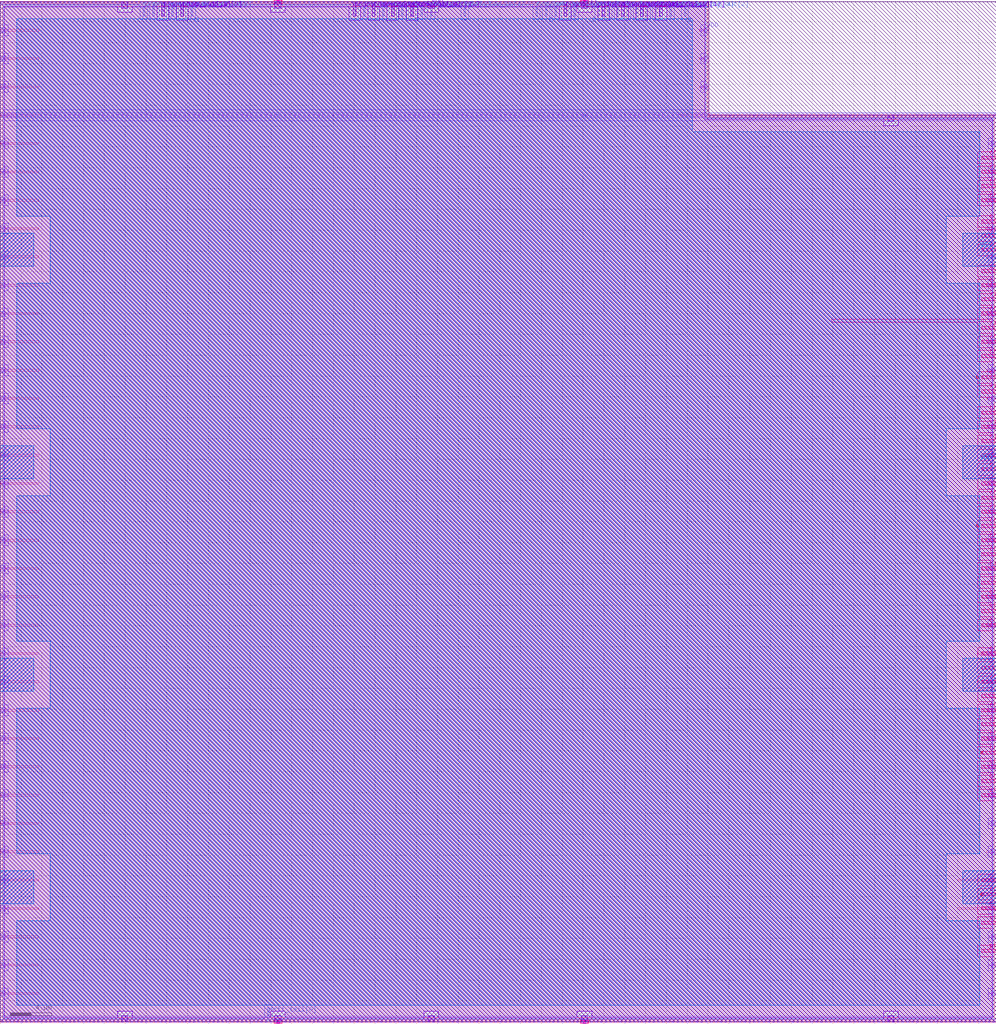
<source format=lef>
VERSION 5.7 ;
BUSBITCHARS "[]" ;

UNITS
  DATABASE MICRONS 1000 ;
END UNITS

MANUFACTURINGGRID 0.005 ;

LAYER li1
  TYPE ROUTING ;
  DIRECTION VERTICAL ;
  PITCH 0.46 ;
  WIDTH 0.17 ;
END li1

LAYER mcon
  TYPE CUT ;
END mcon

LAYER met1
  TYPE ROUTING ;
  DIRECTION HORIZONTAL ;
  PITCH 0.34 ;
  WIDTH 0.14 ;
END met1

LAYER via
  TYPE CUT ;
END via

LAYER met2
  TYPE ROUTING ;
  DIRECTION VERTICAL ;
  PITCH 0.46 ;
  WIDTH 0.14 ;
END met2

LAYER via2
  TYPE CUT ;
END via2

LAYER met3
  TYPE ROUTING ;
  DIRECTION HORIZONTAL ;
  PITCH 0.68 ;
  WIDTH 0.3 ;
END met3

LAYER via3
  TYPE CUT ;
END via3

LAYER met4
  TYPE ROUTING ;
  DIRECTION VERTICAL ;
  PITCH 0.92 ;
  WIDTH 0.3 ;
END met4

LAYER via4
  TYPE CUT ;
END via4

LAYER met5
  TYPE ROUTING ;
  DIRECTION HORIZONTAL ;
  PITCH 3.4 ;
  WIDTH 1.6 ;
END met5

LAYER nwell
  TYPE MASTERSLICE ;
END nwell

LAYER pwell
  TYPE MASTERSLICE ;
END pwell

LAYER OVERLAP
  TYPE OVERLAP ;
END OVERLAP

VIA L1M1_PR
  LAYER li1 ;
    RECT -0.085 -0.085 0.085 0.085 ;
  LAYER mcon ;
    RECT -0.085 -0.085 0.085 0.085 ;
  LAYER met1 ;
    RECT -0.145 -0.115 0.145 0.115 ;
END L1M1_PR

VIA L1M1_PR_R
  LAYER li1 ;
    RECT -0.085 -0.085 0.085 0.085 ;
  LAYER mcon ;
    RECT -0.085 -0.085 0.085 0.085 ;
  LAYER met1 ;
    RECT -0.115 -0.145 0.115 0.145 ;
END L1M1_PR_R

VIA L1M1_PR_M
  LAYER li1 ;
    RECT -0.085 -0.085 0.085 0.085 ;
  LAYER mcon ;
    RECT -0.085 -0.085 0.085 0.085 ;
  LAYER met1 ;
    RECT -0.115 -0.145 0.115 0.145 ;
END L1M1_PR_M

VIA L1M1_PR_MR
  LAYER li1 ;
    RECT -0.085 -0.085 0.085 0.085 ;
  LAYER mcon ;
    RECT -0.085 -0.085 0.085 0.085 ;
  LAYER met1 ;
    RECT -0.145 -0.115 0.145 0.115 ;
END L1M1_PR_MR

VIA L1M1_PR_C
  LAYER li1 ;
    RECT -0.085 -0.085 0.085 0.085 ;
  LAYER mcon ;
    RECT -0.085 -0.085 0.085 0.085 ;
  LAYER met1 ;
    RECT -0.145 -0.145 0.145 0.145 ;
END L1M1_PR_C

VIA M1M2_PR
  LAYER met1 ;
    RECT -0.16 -0.13 0.16 0.13 ;
  LAYER via ;
    RECT -0.075 -0.075 0.075 0.075 ;
  LAYER met2 ;
    RECT -0.13 -0.16 0.13 0.16 ;
END M1M2_PR

VIA M1M2_PR_Enc
  LAYER met1 ;
    RECT -0.16 -0.13 0.16 0.13 ;
  LAYER via ;
    RECT -0.075 -0.075 0.075 0.075 ;
  LAYER met2 ;
    RECT -0.16 -0.13 0.16 0.13 ;
END M1M2_PR_Enc

VIA M1M2_PR_R
  LAYER met1 ;
    RECT -0.13 -0.16 0.13 0.16 ;
  LAYER via ;
    RECT -0.075 -0.075 0.075 0.075 ;
  LAYER met2 ;
    RECT -0.16 -0.13 0.16 0.13 ;
END M1M2_PR_R

VIA M1M2_PR_R_Enc
  LAYER met1 ;
    RECT -0.13 -0.16 0.13 0.16 ;
  LAYER via ;
    RECT -0.075 -0.075 0.075 0.075 ;
  LAYER met2 ;
    RECT -0.13 -0.16 0.13 0.16 ;
END M1M2_PR_R_Enc

VIA M1M2_PR_M
  LAYER met1 ;
    RECT -0.16 -0.13 0.16 0.13 ;
  LAYER via ;
    RECT -0.075 -0.075 0.075 0.075 ;
  LAYER met2 ;
    RECT -0.16 -0.13 0.16 0.13 ;
END M1M2_PR_M

VIA M1M2_PR_M_Enc
  LAYER met1 ;
    RECT -0.16 -0.13 0.16 0.13 ;
  LAYER via ;
    RECT -0.075 -0.075 0.075 0.075 ;
  LAYER met2 ;
    RECT -0.13 -0.16 0.13 0.16 ;
END M1M2_PR_M_Enc

VIA M1M2_PR_MR
  LAYER met1 ;
    RECT -0.13 -0.16 0.13 0.16 ;
  LAYER via ;
    RECT -0.075 -0.075 0.075 0.075 ;
  LAYER met2 ;
    RECT -0.13 -0.16 0.13 0.16 ;
END M1M2_PR_MR

VIA M1M2_PR_MR_Enc
  LAYER met1 ;
    RECT -0.13 -0.16 0.13 0.16 ;
  LAYER via ;
    RECT -0.075 -0.075 0.075 0.075 ;
  LAYER met2 ;
    RECT -0.16 -0.13 0.16 0.13 ;
END M1M2_PR_MR_Enc

VIA M1M2_PR_C
  LAYER met1 ;
    RECT -0.16 -0.16 0.16 0.16 ;
  LAYER via ;
    RECT -0.075 -0.075 0.075 0.075 ;
  LAYER met2 ;
    RECT -0.16 -0.16 0.16 0.16 ;
END M1M2_PR_C

VIA M2M3_PR
  LAYER met2 ;
    RECT -0.14 -0.185 0.14 0.185 ;
  LAYER via2 ;
    RECT -0.1 -0.1 0.1 0.1 ;
  LAYER met3 ;
    RECT -0.165 -0.165 0.165 0.165 ;
END M2M3_PR

VIA M2M3_PR_R
  LAYER met2 ;
    RECT -0.185 -0.14 0.185 0.14 ;
  LAYER via2 ;
    RECT -0.1 -0.1 0.1 0.1 ;
  LAYER met3 ;
    RECT -0.165 -0.165 0.165 0.165 ;
END M2M3_PR_R

VIA M2M3_PR_M
  LAYER met2 ;
    RECT -0.14 -0.185 0.14 0.185 ;
  LAYER via2 ;
    RECT -0.1 -0.1 0.1 0.1 ;
  LAYER met3 ;
    RECT -0.165 -0.165 0.165 0.165 ;
END M2M3_PR_M

VIA M2M3_PR_MR
  LAYER met2 ;
    RECT -0.185 -0.14 0.185 0.14 ;
  LAYER via2 ;
    RECT -0.1 -0.1 0.1 0.1 ;
  LAYER met3 ;
    RECT -0.165 -0.165 0.165 0.165 ;
END M2M3_PR_MR

VIA M2M3_PR_C
  LAYER met2 ;
    RECT -0.185 -0.185 0.185 0.185 ;
  LAYER via2 ;
    RECT -0.1 -0.1 0.1 0.1 ;
  LAYER met3 ;
    RECT -0.165 -0.165 0.165 0.165 ;
END M2M3_PR_C

VIA M3M4_PR
  LAYER met3 ;
    RECT -0.19 -0.16 0.19 0.16 ;
  LAYER via3 ;
    RECT -0.1 -0.1 0.1 0.1 ;
  LAYER met4 ;
    RECT -0.165 -0.165 0.165 0.165 ;
END M3M4_PR

VIA M3M4_PR_R
  LAYER met3 ;
    RECT -0.16 -0.19 0.16 0.19 ;
  LAYER via3 ;
    RECT -0.1 -0.1 0.1 0.1 ;
  LAYER met4 ;
    RECT -0.165 -0.165 0.165 0.165 ;
END M3M4_PR_R

VIA M3M4_PR_M
  LAYER met3 ;
    RECT -0.19 -0.16 0.19 0.16 ;
  LAYER via3 ;
    RECT -0.1 -0.1 0.1 0.1 ;
  LAYER met4 ;
    RECT -0.165 -0.165 0.165 0.165 ;
END M3M4_PR_M

VIA M3M4_PR_MR
  LAYER met3 ;
    RECT -0.16 -0.19 0.16 0.19 ;
  LAYER via3 ;
    RECT -0.1 -0.1 0.1 0.1 ;
  LAYER met4 ;
    RECT -0.165 -0.165 0.165 0.165 ;
END M3M4_PR_MR

VIA M3M4_PR_C
  LAYER met3 ;
    RECT -0.19 -0.19 0.19 0.19 ;
  LAYER via3 ;
    RECT -0.1 -0.1 0.1 0.1 ;
  LAYER met4 ;
    RECT -0.165 -0.165 0.165 0.165 ;
END M3M4_PR_C

VIA M4M5_PR
  LAYER met4 ;
    RECT -0.59 -0.59 0.59 0.59 ;
  LAYER via4 ;
    RECT -0.4 -0.4 0.4 0.4 ;
  LAYER met5 ;
    RECT -0.71 -0.71 0.71 0.71 ;
END M4M5_PR

VIA M4M5_PR_R
  LAYER met4 ;
    RECT -0.59 -0.59 0.59 0.59 ;
  LAYER via4 ;
    RECT -0.4 -0.4 0.4 0.4 ;
  LAYER met5 ;
    RECT -0.71 -0.71 0.71 0.71 ;
END M4M5_PR_R

VIA M4M5_PR_M
  LAYER met4 ;
    RECT -0.59 -0.59 0.59 0.59 ;
  LAYER via4 ;
    RECT -0.4 -0.4 0.4 0.4 ;
  LAYER met5 ;
    RECT -0.71 -0.71 0.71 0.71 ;
END M4M5_PR_M

VIA M4M5_PR_MR
  LAYER met4 ;
    RECT -0.59 -0.59 0.59 0.59 ;
  LAYER via4 ;
    RECT -0.4 -0.4 0.4 0.4 ;
  LAYER met5 ;
    RECT -0.71 -0.71 0.71 0.71 ;
END M4M5_PR_MR

VIA M4M5_PR_C
  LAYER met4 ;
    RECT -0.59 -0.59 0.59 0.59 ;
  LAYER via4 ;
    RECT -0.4 -0.4 0.4 0.4 ;
  LAYER met5 ;
    RECT -0.71 -0.71 0.71 0.71 ;
END M4M5_PR_C

SITE unit
  CLASS CORE ;
  SYMMETRY Y ;
  SIZE 0.46 BY 2.72 ;
END unit

SITE unithddbl
  CLASS CORE ;
  SIZE 0.46 BY 5.44 ;
END unithddbl

MACRO sb_0__0_
  CLASS BLOCK ;
  ORIGIN 0 0 ;
  SIZE 95.68 BY 97.92 ;
  SYMMETRY X Y ;
  PIN prog_clk[0]
    DIRECTION INPUT ;
    USE CLOCK ;
    PORT
      LAYER met3 ;
        RECT 94.3 6.65 95.68 6.95 ;
    END
  END prog_clk[0]
  PIN chany_top_in[0]
    DIRECTION INPUT ;
    USE SIGNAL ;
    PORT
      LAYER met2 ;
        RECT 41.33 96.56 41.47 97.92 ;
    END
  END chany_top_in[0]
  PIN chany_top_in[1]
    DIRECTION INPUT ;
    USE SIGNAL ;
    PORT
      LAYER met2 ;
        RECT 61.11 96.56 61.25 97.92 ;
    END
  END chany_top_in[1]
  PIN chany_top_in[2]
    DIRECTION INPUT ;
    USE SIGNAL ;
    PORT
      LAYER met2 ;
        RECT 52.37 96.56 52.51 97.92 ;
    END
  END chany_top_in[2]
  PIN chany_top_in[3]
    DIRECTION INPUT ;
    USE SIGNAL ;
    PORT
      LAYER met2 ;
        RECT 60.19 96.56 60.33 97.92 ;
    END
  END chany_top_in[3]
  PIN chany_top_in[4]
    DIRECTION INPUT ;
    USE SIGNAL ;
    PORT
      LAYER met2 ;
        RECT 44.55 96.56 44.69 97.92 ;
    END
  END chany_top_in[4]
  PIN chany_top_in[5]
    DIRECTION INPUT ;
    USE SIGNAL ;
    PORT
      LAYER met2 ;
        RECT 62.03 96.56 62.17 97.92 ;
    END
  END chany_top_in[5]
  PIN chany_top_in[6]
    DIRECTION INPUT ;
    USE SIGNAL ;
    PORT
      LAYER met2 ;
        RECT 18.33 96.56 18.47 97.92 ;
    END
  END chany_top_in[6]
  PIN chany_top_in[7]
    DIRECTION INPUT ;
    USE SIGNAL ;
    PORT
      LAYER met2 ;
        RECT 40.41 96.56 40.55 97.92 ;
    END
  END chany_top_in[7]
  PIN chany_top_in[8]
    DIRECTION INPUT ;
    USE SIGNAL ;
    PORT
      LAYER met2 ;
        RECT 39.49 96.56 39.63 97.92 ;
    END
  END chany_top_in[8]
  PIN chany_top_in[9]
    DIRECTION INPUT ;
    USE SIGNAL ;
    PORT
      LAYER met4 ;
        RECT 17.33 96.56 17.63 97.92 ;
    END
  END chany_top_in[9]
  PIN chany_top_in[10]
    DIRECTION INPUT ;
    USE SIGNAL ;
    PORT
      LAYER met4 ;
        RECT 54.13 96.56 54.43 97.92 ;
    END
  END chany_top_in[10]
  PIN chany_top_in[11]
    DIRECTION INPUT ;
    USE SIGNAL ;
    PORT
      LAYER met2 ;
        RECT 57.43 96.56 57.57 97.92 ;
    END
  END chany_top_in[11]
  PIN chany_top_in[12]
    DIRECTION INPUT ;
    USE SIGNAL ;
    PORT
      LAYER met2 ;
        RECT 54.21 96.56 54.35 97.92 ;
    END
  END chany_top_in[12]
  PIN chany_top_in[13]
    DIRECTION INPUT ;
    USE SIGNAL ;
    PORT
      LAYER met2 ;
        RECT 62.95 96.56 63.09 97.92 ;
    END
  END chany_top_in[13]
  PIN chany_top_in[14]
    DIRECTION INPUT ;
    USE SIGNAL ;
    PORT
      LAYER met2 ;
        RECT 13.73 96.56 13.87 97.92 ;
    END
  END chany_top_in[14]
  PIN chany_top_in[15]
    DIRECTION INPUT ;
    USE SIGNAL ;
    PORT
      LAYER met2 ;
        RECT 17.41 96.56 17.55 97.92 ;
    END
  END chany_top_in[15]
  PIN chany_top_in[16]
    DIRECTION INPUT ;
    USE SIGNAL ;
    PORT
      LAYER met2 ;
        RECT 33.97 96.56 34.11 97.92 ;
    END
  END chany_top_in[16]
  PIN chany_top_in[17]
    DIRECTION INPUT ;
    USE SIGNAL ;
    PORT
      LAYER met4 ;
        RECT 63.33 96.56 63.63 97.92 ;
    END
  END chany_top_in[17]
  PIN chany_top_in[18]
    DIRECTION INPUT ;
    USE SIGNAL ;
    PORT
      LAYER met4 ;
        RECT 33.89 96.56 34.19 97.92 ;
    END
  END chany_top_in[18]
  PIN chany_top_in[19]
    DIRECTION INPUT ;
    USE SIGNAL ;
    PORT
      LAYER met2 ;
        RECT 34.89 96.56 35.03 97.92 ;
    END
  END chany_top_in[19]
  PIN top_left_grid_pin_1_[0]
    DIRECTION INPUT ;
    USE SIGNAL ;
    PORT
      LAYER met2 ;
        RECT 51.45 96.56 51.59 97.92 ;
    END
  END top_left_grid_pin_1_[0]
  PIN chanx_right_in[0]
    DIRECTION INPUT ;
    USE SIGNAL ;
    PORT
      LAYER met3 ;
        RECT 94.3 76.69 95.68 76.99 ;
    END
  END chanx_right_in[0]
  PIN chanx_right_in[1]
    DIRECTION INPUT ;
    USE SIGNAL ;
    PORT
      LAYER met3 ;
        RECT 94.3 25.69 95.68 25.99 ;
    END
  END chanx_right_in[1]
  PIN chanx_right_in[2]
    DIRECTION INPUT ;
    USE SIGNAL ;
    PORT
      LAYER met3 ;
        RECT 94.3 13.45 95.68 13.75 ;
    END
  END chanx_right_in[2]
  PIN chanx_right_in[3]
    DIRECTION INPUT ;
    USE SIGNAL ;
    PORT
      LAYER met3 ;
        RECT 94.3 39.29 95.68 39.59 ;
    END
  END chanx_right_in[3]
  PIN chanx_right_in[4]
    DIRECTION INPUT ;
    USE SIGNAL ;
    PORT
      LAYER met3 ;
        RECT 94.3 37.93 95.68 38.23 ;
    END
  END chanx_right_in[4]
  PIN chanx_right_in[5]
    DIRECTION INPUT ;
    USE SIGNAL ;
    PORT
      LAYER met3 ;
        RECT 94.3 40.65 95.68 40.95 ;
    END
  END chanx_right_in[5]
  PIN chanx_right_in[6]
    DIRECTION INPUT ;
    USE SIGNAL ;
    PORT
      LAYER met3 ;
        RECT 94.3 27.05 95.68 27.35 ;
    END
  END chanx_right_in[6]
  PIN chanx_right_in[7]
    DIRECTION INPUT ;
    USE SIGNAL ;
    PORT
      LAYER met3 ;
        RECT 94.3 52.89 95.68 53.19 ;
    END
  END chanx_right_in[7]
  PIN chanx_right_in[8]
    DIRECTION INPUT ;
    USE SIGNAL ;
    PORT
      LAYER met3 ;
        RECT 94.3 75.33 95.68 75.63 ;
    END
  END chanx_right_in[8]
  PIN chanx_right_in[9]
    DIRECTION INPUT ;
    USE SIGNAL ;
    PORT
      LAYER met3 ;
        RECT 94.3 46.09 95.68 46.39 ;
    END
  END chanx_right_in[9]
  PIN chanx_right_in[10]
    DIRECTION INPUT ;
    USE SIGNAL ;
    PORT
      LAYER met3 ;
        RECT 94.3 44.73 95.68 45.03 ;
    END
  END chanx_right_in[10]
  PIN chanx_right_in[11]
    DIRECTION INPUT ;
    USE SIGNAL ;
    PORT
      LAYER met3 ;
        RECT 94.3 21.61 95.68 21.91 ;
    END
  END chanx_right_in[11]
  PIN chanx_right_in[12]
    DIRECTION INPUT ;
    USE SIGNAL ;
    PORT
      LAYER met3 ;
        RECT 94.3 10.73 95.68 11.03 ;
    END
  END chanx_right_in[12]
  PIN chanx_right_in[13]
    DIRECTION INPUT ;
    USE SIGNAL ;
    PORT
      LAYER met3 ;
        RECT 94.3 70.57 95.68 70.87 ;
    END
  END chanx_right_in[13]
  PIN chanx_right_in[14]
    DIRECTION INPUT ;
    USE SIGNAL ;
    PORT
      LAYER met3 ;
        RECT 94.3 61.73 95.68 62.03 ;
    END
  END chanx_right_in[14]
  PIN chanx_right_in[15]
    DIRECTION INPUT ;
    USE SIGNAL ;
    PORT
      LAYER met3 ;
        RECT 94.3 71.93 95.68 72.23 ;
    END
  END chanx_right_in[15]
  PIN chanx_right_in[16]
    DIRECTION INPUT ;
    USE SIGNAL ;
    PORT
      LAYER met3 ;
        RECT 94.3 22.97 95.68 23.27 ;
    END
  END chanx_right_in[16]
  PIN chanx_right_in[17]
    DIRECTION INPUT ;
    USE SIGNAL ;
    PORT
      LAYER met3 ;
        RECT 94.3 9.37 95.68 9.67 ;
    END
  END chanx_right_in[17]
  PIN chanx_right_in[18]
    DIRECTION INPUT ;
    USE SIGNAL ;
    PORT
      LAYER met3 ;
        RECT 94.3 31.13 95.68 31.43 ;
    END
  END chanx_right_in[18]
  PIN chanx_right_in[19]
    DIRECTION INPUT ;
    USE SIGNAL ;
    PORT
      LAYER met3 ;
        RECT 94.3 28.41 95.68 28.71 ;
    END
  END chanx_right_in[19]
  PIN right_bottom_grid_pin_1_[0]
    DIRECTION INPUT ;
    USE SIGNAL ;
    PORT
      LAYER met3 ;
        RECT 94.3 60.37 95.68 60.67 ;
    END
  END right_bottom_grid_pin_1_[0]
  PIN right_bottom_grid_pin_3_[0]
    DIRECTION INPUT ;
    USE SIGNAL ;
    PORT
      LAYER met3 ;
        RECT 94.3 56.97 95.68 57.27 ;
    END
  END right_bottom_grid_pin_3_[0]
  PIN right_bottom_grid_pin_5_[0]
    DIRECTION INPUT ;
    USE SIGNAL ;
    PORT
      LAYER met3 ;
        RECT 94.3 66.49 95.68 66.79 ;
    END
  END right_bottom_grid_pin_5_[0]
  PIN right_bottom_grid_pin_7_[0]
    DIRECTION INPUT ;
    USE SIGNAL ;
    PORT
      LAYER met3 ;
        RECT 94.3 43.37 95.68 43.67 ;
    END
  END right_bottom_grid_pin_7_[0]
  PIN right_bottom_grid_pin_9_[0]
    DIRECTION INPUT ;
    USE SIGNAL ;
    PORT
      LAYER met3 ;
        RECT 94.3 69.21 95.68 69.51 ;
    END
  END right_bottom_grid_pin_9_[0]
  PIN right_bottom_grid_pin_11_[0]
    DIRECTION INPUT ;
    USE SIGNAL ;
    PORT
      LAYER met3 ;
        RECT 94.3 55.61 95.68 55.91 ;
    END
  END right_bottom_grid_pin_11_[0]
  PIN ccff_head[0]
    DIRECTION INPUT ;
    USE SIGNAL ;
    PORT
      LAYER met3 ;
        RECT 94.3 12.09 95.68 12.39 ;
    END
  END ccff_head[0]
  PIN chany_top_out[0]
    DIRECTION OUTPUT ;
    USE SIGNAL ;
    PORT
      LAYER met2 ;
        RECT 53.29 96.56 53.43 97.92 ;
    END
  END chany_top_out[0]
  PIN chany_top_out[1]
    DIRECTION OUTPUT ;
    USE SIGNAL ;
    PORT
      LAYER met2 ;
        RECT 14.65 96.56 14.79 97.92 ;
    END
  END chany_top_out[1]
  PIN chany_top_out[2]
    DIRECTION OUTPUT ;
    USE SIGNAL ;
    PORT
      LAYER met2 ;
        RECT 65.71 96.56 65.85 97.92 ;
    END
  END chany_top_out[2]
  PIN chany_top_out[3]
    DIRECTION OUTPUT ;
    USE SIGNAL ;
    PORT
      LAYER met2 ;
        RECT 16.49 96.56 16.63 97.92 ;
    END
  END chany_top_out[3]
  PIN chany_top_out[4]
    DIRECTION OUTPUT ;
    USE SIGNAL ;
    PORT
      LAYER met2 ;
        RECT 64.33 96.56 64.47 97.92 ;
    END
  END chany_top_out[4]
  PIN chany_top_out[5]
    DIRECTION OUTPUT ;
    USE SIGNAL ;
    PORT
      LAYER met2 ;
        RECT 35.81 96.56 35.95 97.92 ;
    END
  END chany_top_out[5]
  PIN chany_top_out[6]
    DIRECTION OUTPUT ;
    USE SIGNAL ;
    PORT
      LAYER met2 ;
        RECT 38.57 96.56 38.71 97.92 ;
    END
  END chany_top_out[6]
  PIN chany_top_out[7]
    DIRECTION OUTPUT ;
    USE SIGNAL ;
    PORT
      LAYER met2 ;
        RECT 36.73 96.56 36.87 97.92 ;
    END
  END chany_top_out[7]
  PIN chany_top_out[8]
    DIRECTION OUTPUT ;
    USE SIGNAL ;
    PORT
      LAYER met2 ;
        RECT 15.57 96.56 15.71 97.92 ;
    END
  END chany_top_out[8]
  PIN chany_top_out[9]
    DIRECTION OUTPUT ;
    USE SIGNAL ;
    PORT
      LAYER met2 ;
        RECT 37.65 96.56 37.79 97.92 ;
    END
  END chany_top_out[9]
  PIN chany_top_out[10]
    DIRECTION OUTPUT ;
    USE SIGNAL ;
    PORT
      LAYER met2 ;
        RECT 55.13 96.56 55.27 97.92 ;
    END
  END chany_top_out[10]
  PIN chany_top_out[11]
    DIRECTION OUTPUT ;
    USE SIGNAL ;
    PORT
      LAYER met4 ;
        RECT 61.49 96.56 61.79 97.92 ;
    END
  END chany_top_out[11]
  PIN chany_top_out[12]
    DIRECTION OUTPUT ;
    USE SIGNAL ;
    PORT
      LAYER met2 ;
        RECT 58.35 96.56 58.49 97.92 ;
    END
  END chany_top_out[12]
  PIN chany_top_out[13]
    DIRECTION OUTPUT ;
    USE SIGNAL ;
    PORT
      LAYER met4 ;
        RECT 39.41 96.56 39.71 97.92 ;
    END
  END chany_top_out[13]
  PIN chany_top_out[14]
    DIRECTION OUTPUT ;
    USE SIGNAL ;
    PORT
      LAYER met4 ;
        RECT 15.49 96.56 15.79 97.92 ;
    END
  END chany_top_out[14]
  PIN chany_top_out[15]
    DIRECTION OUTPUT ;
    USE SIGNAL ;
    PORT
      LAYER met4 ;
        RECT 35.73 96.56 36.03 97.92 ;
    END
  END chany_top_out[15]
  PIN chany_top_out[16]
    DIRECTION OUTPUT ;
    USE SIGNAL ;
    PORT
      LAYER met2 ;
        RECT 59.27 96.56 59.41 97.92 ;
    END
  END chany_top_out[16]
  PIN chany_top_out[17]
    DIRECTION OUTPUT ;
    USE SIGNAL ;
    PORT
      LAYER met4 ;
        RECT 59.65 96.56 59.95 97.92 ;
    END
  END chany_top_out[17]
  PIN chany_top_out[18]
    DIRECTION OUTPUT ;
    USE SIGNAL ;
    PORT
      LAYER met4 ;
        RECT 57.81 96.56 58.11 97.92 ;
    END
  END chany_top_out[18]
  PIN chany_top_out[19]
    DIRECTION OUTPUT ;
    USE SIGNAL ;
    PORT
      LAYER met4 ;
        RECT 37.57 96.56 37.87 97.92 ;
    END
  END chany_top_out[19]
  PIN chanx_right_out[0]
    DIRECTION OUTPUT ;
    USE SIGNAL ;
    PORT
      LAYER met3 ;
        RECT 94.3 81.45 95.68 81.75 ;
    END
  END chanx_right_out[0]
  PIN chanx_right_out[1]
    DIRECTION OUTPUT ;
    USE SIGNAL ;
    PORT
      LAYER met3 ;
        RECT 94.3 65.13 95.68 65.43 ;
    END
  END chanx_right_out[1]
  PIN chanx_right_out[2]
    DIRECTION OUTPUT ;
    USE SIGNAL ;
    PORT
      LAYER met3 ;
        RECT 94.3 80.09 95.68 80.39 ;
    END
  END chanx_right_out[2]
  PIN chanx_right_out[3]
    DIRECTION OUTPUT ;
    USE SIGNAL ;
    PORT
      LAYER met3 ;
        RECT 94.3 58.33 95.68 58.63 ;
    END
  END chanx_right_out[3]
  PIN chanx_right_out[4]
    DIRECTION OUTPUT ;
    USE SIGNAL ;
    PORT
      LAYER met3 ;
        RECT 94.3 24.33 95.68 24.63 ;
    END
  END chanx_right_out[4]
  PIN chanx_right_out[5]
    DIRECTION OUTPUT ;
    USE SIGNAL ;
    PORT
      LAYER met3 ;
        RECT 94.3 63.77 95.68 64.07 ;
    END
  END chanx_right_out[5]
  PIN chanx_right_out[6]
    DIRECTION OUTPUT ;
    USE SIGNAL ;
    PORT
      LAYER met3 ;
        RECT 94.3 78.73 95.68 79.03 ;
    END
  END chanx_right_out[6]
  PIN chanx_right_out[7]
    DIRECTION OUTPUT ;
    USE SIGNAL ;
    PORT
      LAYER met3 ;
        RECT 94.3 42.01 95.68 42.31 ;
    END
  END chanx_right_out[7]
  PIN chanx_right_out[8]
    DIRECTION OUTPUT ;
    USE SIGNAL ;
    PORT
      LAYER met3 ;
        RECT 94.3 54.25 95.68 54.55 ;
    END
  END chanx_right_out[8]
  PIN chanx_right_out[9]
    DIRECTION OUTPUT ;
    USE SIGNAL ;
    PORT
      LAYER met3 ;
        RECT 94.3 73.97 95.68 74.27 ;
    END
  END chanx_right_out[9]
  PIN chanx_right_out[10]
    DIRECTION OUTPUT ;
    USE SIGNAL ;
    PORT
      LAYER met3 ;
        RECT 94.3 47.45 95.68 47.75 ;
    END
  END chanx_right_out[10]
  PIN chanx_right_out[11]
    DIRECTION OUTPUT ;
    USE SIGNAL ;
    PORT
      LAYER met3 ;
        RECT 94.3 82.81 95.68 83.11 ;
    END
  END chanx_right_out[11]
  PIN chanx_right_out[12]
    DIRECTION OUTPUT ;
    USE SIGNAL ;
    PORT
      LAYER met3 ;
        RECT 94.3 32.49 95.68 32.79 ;
    END
  END chanx_right_out[12]
  PIN chanx_right_out[13]
    DIRECTION OUTPUT ;
    USE SIGNAL ;
    PORT
      LAYER met3 ;
        RECT 94.3 35.21 95.68 35.51 ;
    END
  END chanx_right_out[13]
  PIN chanx_right_out[14]
    DIRECTION OUTPUT ;
    USE SIGNAL ;
    PORT
      LAYER met3 ;
        RECT 94.3 33.85 95.68 34.15 ;
    END
  END chanx_right_out[14]
  PIN chanx_right_out[15]
    DIRECTION OUTPUT ;
    USE SIGNAL ;
    PORT
      LAYER met3 ;
        RECT 94.3 51.53 95.68 51.83 ;
    END
  END chanx_right_out[15]
  PIN chanx_right_out[16]
    DIRECTION OUTPUT ;
    USE SIGNAL ;
    PORT
      LAYER met3 ;
        RECT 94.3 48.81 95.68 49.11 ;
    END
  END chanx_right_out[16]
  PIN chanx_right_out[17]
    DIRECTION OUTPUT ;
    USE SIGNAL ;
    PORT
      LAYER met3 ;
        RECT 94.3 50.17 95.68 50.47 ;
    END
  END chanx_right_out[17]
  PIN chanx_right_out[18]
    DIRECTION OUTPUT ;
    USE SIGNAL ;
    PORT
      LAYER met3 ;
        RECT 94.3 67.85 95.68 68.15 ;
    END
  END chanx_right_out[18]
  PIN chanx_right_out[19]
    DIRECTION OUTPUT ;
    USE SIGNAL ;
    PORT
      LAYER met3 ;
        RECT 94.3 29.77 95.68 30.07 ;
    END
  END chanx_right_out[19]
  PIN ccff_tail[0]
    DIRECTION OUTPUT ;
    USE SIGNAL ;
    PORT
      LAYER met2 ;
        RECT 25.69 0 25.83 1.36 ;
    END
  END ccff_tail[0]
  PIN VDD
    DIRECTION INPUT ;
    USE POWER ;
    PORT
      LAYER met1 ;
        RECT 0 2.48 0.48 2.96 ;
        RECT 95.2 2.48 95.68 2.96 ;
        RECT 0 7.92 0.48 8.4 ;
        RECT 95.2 7.92 95.68 8.4 ;
        RECT 0 13.36 0.48 13.84 ;
        RECT 95.2 13.36 95.68 13.84 ;
        RECT 0 18.8 0.48 19.28 ;
        RECT 95.2 18.8 95.68 19.28 ;
        RECT 0 24.24 0.48 24.72 ;
        RECT 95.2 24.24 95.68 24.72 ;
        RECT 0 29.68 0.48 30.16 ;
        RECT 95.2 29.68 95.68 30.16 ;
        RECT 0 35.12 0.48 35.6 ;
        RECT 95.2 35.12 95.68 35.6 ;
        RECT 0 40.56 0.48 41.04 ;
        RECT 95.2 40.56 95.68 41.04 ;
        RECT 0 46 0.48 46.48 ;
        RECT 95.2 46 95.68 46.48 ;
        RECT 0 51.44 0.48 51.92 ;
        RECT 95.2 51.44 95.68 51.92 ;
        RECT 0 56.88 0.48 57.36 ;
        RECT 95.2 56.88 95.68 57.36 ;
        RECT 0 62.32 0.48 62.8 ;
        RECT 95.2 62.32 95.68 62.8 ;
        RECT 0 67.76 0.48 68.24 ;
        RECT 95.2 67.76 95.68 68.24 ;
        RECT 0 73.2 0.48 73.68 ;
        RECT 95.2 73.2 95.68 73.68 ;
        RECT 0 78.64 0.48 79.12 ;
        RECT 95.2 78.64 95.68 79.12 ;
        RECT 0 84.08 0.48 84.56 ;
        RECT 95.2 84.08 95.68 84.56 ;
        RECT 0 89.52 0.48 90 ;
        RECT 67.6 89.52 68.08 90 ;
        RECT 0 94.96 0.48 95.44 ;
        RECT 67.6 94.96 68.08 95.44 ;
      LAYER met4 ;
        RECT 11.66 0 12.26 0.6 ;
        RECT 41.1 0 41.7 0.6 ;
        RECT 85.26 0 85.86 0.6 ;
        RECT 85.26 86.44 85.86 87.04 ;
        RECT 11.66 97.32 12.26 97.92 ;
        RECT 41.1 97.32 41.7 97.92 ;
      LAYER met5 ;
        RECT 0 11.32 3.2 14.52 ;
        RECT 92.48 11.32 95.68 14.52 ;
        RECT 0 52.12 3.2 55.32 ;
        RECT 92.48 52.12 95.68 55.32 ;
    END
  END VDD
  PIN VSS
    DIRECTION INPUT ;
    USE GROUND ;
    PORT
      LAYER met1 ;
        RECT 0 0 95.68 0.24 ;
        RECT 0 5.2 0.48 5.68 ;
        RECT 95.2 5.2 95.68 5.68 ;
        RECT 0 10.64 0.48 11.12 ;
        RECT 95.2 10.64 95.68 11.12 ;
        RECT 0 16.08 0.48 16.56 ;
        RECT 95.2 16.08 95.68 16.56 ;
        RECT 0 21.52 0.48 22 ;
        RECT 95.2 21.52 95.68 22 ;
        RECT 0 26.96 0.48 27.44 ;
        RECT 95.2 26.96 95.68 27.44 ;
        RECT 0 32.4 0.48 32.88 ;
        RECT 95.2 32.4 95.68 32.88 ;
        RECT 0 37.84 0.48 38.32 ;
        RECT 95.2 37.84 95.68 38.32 ;
        RECT 0 43.28 0.48 43.76 ;
        RECT 95.2 43.28 95.68 43.76 ;
        RECT 0 48.72 0.48 49.2 ;
        RECT 95.2 48.72 95.68 49.2 ;
        RECT 0 54.16 0.48 54.64 ;
        RECT 95.2 54.16 95.68 54.64 ;
        RECT 0 59.6 0.48 60.08 ;
        RECT 95.2 59.6 95.68 60.08 ;
        RECT 0 65.04 0.48 65.52 ;
        RECT 95.2 65.04 95.68 65.52 ;
        RECT 0 70.48 0.48 70.96 ;
        RECT 95.2 70.48 95.68 70.96 ;
        RECT 0 75.92 0.48 76.4 ;
        RECT 95.2 75.92 95.68 76.4 ;
        RECT 0 81.36 0.48 81.84 ;
        RECT 95.2 81.36 95.68 81.84 ;
        RECT 0 86.8 95.68 87.28 ;
        RECT 0 92.24 0.48 92.72 ;
        RECT 67.6 92.24 68.08 92.72 ;
        RECT 0 97.68 68.08 97.92 ;
      LAYER met4 ;
        RECT 26.38 0 26.98 0.6 ;
        RECT 55.82 0 56.42 0.6 ;
        RECT 26.38 97.32 26.98 97.92 ;
        RECT 55.82 97.32 56.42 97.92 ;
      LAYER met5 ;
        RECT 0 31.72 3.2 34.92 ;
        RECT 92.48 31.72 95.68 34.92 ;
        RECT 0 72.52 3.2 75.72 ;
        RECT 92.48 72.52 95.68 75.72 ;
    END
  END VSS
  OBS
    LAYER li1 ;
      RECT 0 97.835 68.08 98.005 ;
      RECT 67.16 95.115 68.08 95.285 ;
      RECT 0 95.115 3.68 95.285 ;
      RECT 67.16 92.395 68.08 92.565 ;
      RECT 0 92.395 3.68 92.565 ;
      RECT 67.16 89.675 68.08 89.845 ;
      RECT 0 89.675 3.68 89.845 ;
      RECT 65.32 86.955 95.68 87.125 ;
      RECT 0 86.955 3.68 87.125 ;
      RECT 95.22 84.235 95.68 84.405 ;
      RECT 0 84.235 3.68 84.405 ;
      RECT 95.22 81.515 95.68 81.685 ;
      RECT 0 81.515 3.68 81.685 ;
      RECT 94.76 78.795 95.68 78.965 ;
      RECT 0 78.795 3.68 78.965 ;
      RECT 94.76 76.075 95.68 76.245 ;
      RECT 0 76.075 3.68 76.245 ;
      RECT 94.76 73.355 95.68 73.525 ;
      RECT 0 73.355 3.68 73.525 ;
      RECT 94.76 70.635 95.68 70.805 ;
      RECT 0 70.635 3.68 70.805 ;
      RECT 94.76 67.915 95.68 68.085 ;
      RECT 0 67.915 3.68 68.085 ;
      RECT 94.76 65.195 95.68 65.365 ;
      RECT 0 65.195 3.68 65.365 ;
      RECT 94.76 62.475 95.68 62.645 ;
      RECT 0 62.475 3.68 62.645 ;
      RECT 94.76 59.755 95.68 59.925 ;
      RECT 0 59.755 3.68 59.925 ;
      RECT 94.76 57.035 95.68 57.205 ;
      RECT 0 57.035 3.68 57.205 ;
      RECT 94.76 54.315 95.68 54.485 ;
      RECT 0 54.315 3.68 54.485 ;
      RECT 94.76 51.595 95.68 51.765 ;
      RECT 0 51.595 3.68 51.765 ;
      RECT 94.76 48.875 95.68 49.045 ;
      RECT 0 48.875 3.68 49.045 ;
      RECT 94.76 46.155 95.68 46.325 ;
      RECT 0 46.155 3.68 46.325 ;
      RECT 94.76 43.435 95.68 43.605 ;
      RECT 0 43.435 3.68 43.605 ;
      RECT 94.76 40.715 95.68 40.885 ;
      RECT 0 40.715 3.68 40.885 ;
      RECT 94.76 37.995 95.68 38.165 ;
      RECT 0 37.995 3.68 38.165 ;
      RECT 93.84 35.275 95.68 35.445 ;
      RECT 0 35.275 3.68 35.445 ;
      RECT 93.84 32.555 95.68 32.725 ;
      RECT 0 32.555 3.68 32.725 ;
      RECT 94.76 29.835 95.68 30.005 ;
      RECT 0 29.835 3.68 30.005 ;
      RECT 94.76 27.115 95.68 27.285 ;
      RECT 0 27.115 3.68 27.285 ;
      RECT 95.22 24.395 95.68 24.565 ;
      RECT 0 24.395 3.68 24.565 ;
      RECT 95.22 21.675 95.68 21.845 ;
      RECT 0 21.675 3.68 21.845 ;
      RECT 95.22 18.955 95.68 19.125 ;
      RECT 0 18.955 3.68 19.125 ;
      RECT 94.76 16.235 95.68 16.405 ;
      RECT 0 16.235 3.68 16.405 ;
      RECT 92 13.515 95.68 13.685 ;
      RECT 0 13.515 3.68 13.685 ;
      RECT 92 10.795 95.68 10.965 ;
      RECT 0 10.795 3.68 10.965 ;
      RECT 95.22 8.075 95.68 8.245 ;
      RECT 0 8.075 3.68 8.245 ;
      RECT 95.22 5.355 95.68 5.525 ;
      RECT 0 5.355 3.68 5.525 ;
      RECT 95.22 2.635 95.68 2.805 ;
      RECT 0 2.635 3.68 2.805 ;
      RECT 0 -0.085 95.68 0.085 ;
    LAYER met3 ;
      POLYGON 56.285 98.085 56.285 98.08 56.5 98.08 56.5 97.76 56.285 97.76 56.285 97.755 55.955 97.755 55.955 97.76 55.74 97.76 55.74 98.08 55.955 98.08 55.955 98.085 ;
      POLYGON 26.845 98.085 26.845 98.08 27.06 98.08 27.06 97.76 26.845 97.76 26.845 97.755 26.515 97.755 26.515 97.76 26.3 97.76 26.3 98.08 26.515 98.08 26.515 98.085 ;
      POLYGON 94.45 67.47 94.45 67.19 93.9 67.19 93.9 67.17 79.89 67.17 79.89 67.47 ;
      POLYGON 56.285 0.165 56.285 0.16 56.5 0.16 56.5 -0.16 56.285 -0.16 56.285 -0.165 55.955 -0.165 55.955 -0.16 55.74 -0.16 55.74 0.16 55.955 0.16 55.955 0.165 ;
      POLYGON 26.845 0.165 26.845 0.16 27.06 0.16 27.06 -0.16 26.845 -0.16 26.845 -0.165 26.515 -0.165 26.515 -0.16 26.3 -0.16 26.3 0.16 26.515 0.16 26.515 0.165 ;
      POLYGON 67.68 97.52 67.68 86.64 95.28 86.64 95.28 83.51 93.9 83.51 93.9 82.41 95.28 82.41 95.28 82.15 93.9 82.15 93.9 81.05 95.28 81.05 95.28 80.79 93.9 80.79 93.9 79.69 95.28 79.69 95.28 79.43 93.9 79.43 93.9 78.33 95.28 78.33 95.28 77.39 93.9 77.39 93.9 76.29 95.28 76.29 95.28 76.03 93.9 76.03 93.9 74.93 95.28 74.93 95.28 74.67 93.9 74.67 93.9 73.57 95.28 73.57 95.28 72.63 93.9 72.63 93.9 71.53 95.28 71.53 95.28 71.27 93.9 71.27 93.9 70.17 95.28 70.17 95.28 69.91 93.9 69.91 93.9 68.81 95.28 68.81 95.28 68.55 93.9 68.55 93.9 67.45 95.28 67.45 95.28 67.19 93.9 67.19 93.9 66.09 95.28 66.09 95.28 65.83 93.9 65.83 93.9 64.73 95.28 64.73 95.28 64.47 93.9 64.47 93.9 63.37 95.28 63.37 95.28 62.43 93.9 62.43 93.9 61.33 95.28 61.33 95.28 61.07 93.9 61.07 93.9 59.97 95.28 59.97 95.28 59.03 93.9 59.03 93.9 57.93 95.28 57.93 95.28 57.67 93.9 57.67 93.9 56.57 95.28 56.57 95.28 56.31 93.9 56.31 93.9 55.21 95.28 55.21 95.28 54.95 93.9 54.95 93.9 53.85 95.28 53.85 95.28 53.59 93.9 53.59 93.9 52.49 95.28 52.49 95.28 52.23 93.9 52.23 93.9 51.13 95.28 51.13 95.28 50.87 93.9 50.87 93.9 49.77 95.28 49.77 95.28 49.51 93.9 49.51 93.9 48.41 95.28 48.41 95.28 48.15 93.9 48.15 93.9 47.05 95.28 47.05 95.28 46.79 93.9 46.79 93.9 45.69 95.28 45.69 95.28 45.43 93.9 45.43 93.9 44.33 95.28 44.33 95.28 44.07 93.9 44.07 93.9 42.97 95.28 42.97 95.28 42.71 93.9 42.71 93.9 41.61 95.28 41.61 95.28 41.35 93.9 41.35 93.9 40.25 95.28 40.25 95.28 39.99 93.9 39.99 93.9 38.89 95.28 38.89 95.28 38.63 93.9 38.63 93.9 37.53 95.28 37.53 95.28 35.91 93.9 35.91 93.9 34.81 95.28 34.81 95.28 34.55 93.9 34.55 93.9 33.45 95.28 33.45 95.28 33.19 93.9 33.19 93.9 32.09 95.28 32.09 95.28 31.83 93.9 31.83 93.9 30.73 95.28 30.73 95.28 30.47 93.9 30.47 93.9 29.37 95.28 29.37 95.28 29.11 93.9 29.11 93.9 28.01 95.28 28.01 95.28 27.75 93.9 27.75 93.9 26.65 95.28 26.65 95.28 26.39 93.9 26.39 93.9 25.29 95.28 25.29 95.28 25.03 93.9 25.03 93.9 23.93 95.28 23.93 95.28 23.67 93.9 23.67 93.9 22.57 95.28 22.57 95.28 22.31 93.9 22.31 93.9 21.21 95.28 21.21 95.28 14.15 93.9 14.15 93.9 13.05 95.28 13.05 95.28 12.79 93.9 12.79 93.9 11.69 95.28 11.69 95.28 11.43 93.9 11.43 93.9 10.33 95.28 10.33 95.28 10.07 93.9 10.07 93.9 8.97 95.28 8.97 95.28 7.35 93.9 7.35 93.9 6.25 95.28 6.25 95.28 0.4 0.4 0.4 0.4 97.52 ;
    LAYER met2 ;
      RECT 55.98 97.735 56.26 98.105 ;
      RECT 26.54 97.735 26.82 98.105 ;
      RECT 66.11 96.06 66.37 96.38 ;
      RECT 56.91 96.06 57.17 96.38 ;
      RECT 52.77 96.06 53.03 96.38 ;
      RECT 39.89 96.06 40.15 96.38 ;
      RECT 18.73 96.06 18.99 96.38 ;
      RECT 55.98 -0.185 56.26 0.185 ;
      RECT 26.54 -0.185 26.82 0.185 ;
      POLYGON 67.8 97.64 67.8 86.76 95.4 86.76 95.4 0.28 26.11 0.28 26.11 1.64 25.41 1.64 25.41 0.28 0.28 0.28 0.28 97.64 13.45 97.64 13.45 96.28 14.15 96.28 14.15 97.64 14.37 97.64 14.37 96.28 15.07 96.28 15.07 97.64 15.29 97.64 15.29 96.28 15.99 96.28 15.99 97.64 16.21 97.64 16.21 96.28 16.91 96.28 16.91 97.64 17.13 97.64 17.13 96.28 17.83 96.28 17.83 97.64 18.05 97.64 18.05 96.28 18.75 96.28 18.75 97.64 33.69 97.64 33.69 96.28 34.39 96.28 34.39 97.64 34.61 97.64 34.61 96.28 35.31 96.28 35.31 97.64 35.53 97.64 35.53 96.28 36.23 96.28 36.23 97.64 36.45 97.64 36.45 96.28 37.15 96.28 37.15 97.64 37.37 97.64 37.37 96.28 38.07 96.28 38.07 97.64 38.29 97.64 38.29 96.28 38.99 96.28 38.99 97.64 39.21 97.64 39.21 96.28 39.91 96.28 39.91 97.64 40.13 97.64 40.13 96.28 40.83 96.28 40.83 97.64 41.05 97.64 41.05 96.28 41.75 96.28 41.75 97.64 44.27 97.64 44.27 96.28 44.97 96.28 44.97 97.64 51.17 97.64 51.17 96.28 51.87 96.28 51.87 97.64 52.09 97.64 52.09 96.28 52.79 96.28 52.79 97.64 53.01 97.64 53.01 96.28 53.71 96.28 53.71 97.64 53.93 97.64 53.93 96.28 54.63 96.28 54.63 97.64 54.85 97.64 54.85 96.28 55.55 96.28 55.55 97.64 57.15 97.64 57.15 96.28 57.85 96.28 57.85 97.64 58.07 97.64 58.07 96.28 58.77 96.28 58.77 97.64 58.99 97.64 58.99 96.28 59.69 96.28 59.69 97.64 59.91 97.64 59.91 96.28 60.61 96.28 60.61 97.64 60.83 97.64 60.83 96.28 61.53 96.28 61.53 97.64 61.75 97.64 61.75 96.28 62.45 96.28 62.45 97.64 62.67 97.64 62.67 96.28 63.37 96.28 63.37 97.64 64.05 97.64 64.05 96.28 64.75 96.28 64.75 97.64 65.43 97.64 65.43 96.28 66.13 96.28 66.13 97.64 ;
    LAYER met4 ;
      POLYGON 67.68 97.52 67.68 86.64 84.86 86.64 84.86 86.04 86.26 86.04 86.26 86.64 95.28 86.64 95.28 0.4 86.26 0.4 86.26 1 84.86 1 84.86 0.4 56.82 0.4 56.82 1 55.42 1 55.42 0.4 42.1 0.4 42.1 1 40.7 1 40.7 0.4 27.38 0.4 27.38 1 25.98 1 25.98 0.4 12.66 0.4 12.66 1 11.26 1 11.26 0.4 0.4 0.4 0.4 97.52 11.26 97.52 11.26 96.92 12.66 96.92 12.66 97.52 15.09 97.52 15.09 96.16 16.19 96.16 16.19 97.52 16.93 97.52 16.93 96.16 18.03 96.16 18.03 97.52 25.98 97.52 25.98 96.92 27.38 96.92 27.38 97.52 33.49 97.52 33.49 96.16 34.59 96.16 34.59 97.52 35.33 97.52 35.33 96.16 36.43 96.16 36.43 97.52 37.17 97.52 37.17 96.16 38.27 96.16 38.27 97.52 39.01 97.52 39.01 96.16 40.11 96.16 40.11 97.52 40.7 97.52 40.7 96.92 42.1 96.92 42.1 97.52 53.73 97.52 53.73 96.16 54.83 96.16 54.83 97.52 55.42 97.52 55.42 96.92 56.82 96.92 56.82 97.52 57.41 97.52 57.41 96.16 58.51 96.16 58.51 97.52 59.25 97.52 59.25 96.16 60.35 96.16 60.35 97.52 61.09 97.52 61.09 96.16 62.19 96.16 62.19 97.52 62.93 97.52 62.93 96.16 64.03 96.16 64.03 97.52 ;
    LAYER met5 ;
      POLYGON 66.48 96.32 66.48 85.44 94.08 85.44 94.08 77.32 90.88 77.32 90.88 70.92 94.08 70.92 94.08 56.92 90.88 56.92 90.88 50.52 94.08 50.52 94.08 36.52 90.88 36.52 90.88 30.12 94.08 30.12 94.08 16.12 90.88 16.12 90.88 9.72 94.08 9.72 94.08 1.6 1.6 1.6 1.6 9.72 4.8 9.72 4.8 16.12 1.6 16.12 1.6 30.12 4.8 30.12 4.8 36.52 1.6 36.52 1.6 50.52 4.8 50.52 4.8 56.92 1.6 56.92 1.6 70.92 4.8 70.92 4.8 77.32 1.6 77.32 1.6 96.32 ;
    LAYER met1 ;
      POLYGON 67.8 97.4 67.8 95.72 67.32 95.72 67.32 94.68 67.8 94.68 67.8 93 67.32 93 67.32 91.96 67.8 91.96 67.8 90.28 67.32 90.28 67.32 89.24 67.8 89.24 67.8 87.56 0.28 87.56 0.28 89.24 0.76 89.24 0.76 90.28 0.28 90.28 0.28 91.96 0.76 91.96 0.76 93 0.28 93 0.28 94.68 0.76 94.68 0.76 95.72 0.28 95.72 0.28 97.4 ;
      POLYGON 95.4 86.52 95.4 84.84 94.92 84.84 94.92 83.8 95.4 83.8 95.4 82.12 94.92 82.12 94.92 81.08 95.4 81.08 95.4 79.4 94.92 79.4 94.92 78.36 95.4 78.36 95.4 76.68 94.92 76.68 94.92 75.64 95.4 75.64 95.4 73.96 94.92 73.96 94.92 72.92 95.4 72.92 95.4 71.24 94.92 71.24 94.92 70.2 95.4 70.2 95.4 68.52 94.92 68.52 94.92 67.48 95.4 67.48 95.4 65.8 94.92 65.8 94.92 64.76 95.4 64.76 95.4 63.08 94.92 63.08 94.92 62.04 95.4 62.04 95.4 60.36 94.92 60.36 94.92 59.32 95.4 59.32 95.4 57.64 94.92 57.64 94.92 56.6 95.4 56.6 95.4 54.92 94.92 54.92 94.92 53.88 95.4 53.88 95.4 52.2 94.92 52.2 94.92 51.16 95.4 51.16 95.4 49.48 94.92 49.48 94.92 48.44 95.4 48.44 95.4 46.76 94.92 46.76 94.92 45.72 95.4 45.72 95.4 44.04 94.92 44.04 94.92 43 95.4 43 95.4 41.32 94.92 41.32 94.92 40.28 95.4 40.28 95.4 38.6 94.92 38.6 94.92 37.56 95.4 37.56 95.4 35.88 94.92 35.88 94.92 34.84 95.4 34.84 95.4 33.16 94.92 33.16 94.92 32.12 95.4 32.12 95.4 30.44 94.92 30.44 94.92 29.4 95.4 29.4 95.4 27.72 94.92 27.72 94.92 26.68 95.4 26.68 95.4 25 94.92 25 94.92 23.96 95.4 23.96 95.4 22.28 94.92 22.28 94.92 21.24 95.4 21.24 95.4 19.56 94.92 19.56 94.92 18.52 95.4 18.52 95.4 16.84 94.92 16.84 94.92 15.8 95.4 15.8 95.4 14.12 94.92 14.12 94.92 13.08 95.4 13.08 95.4 11.4 94.92 11.4 94.92 10.36 95.4 10.36 95.4 8.68 94.92 8.68 94.92 7.64 95.4 7.64 95.4 5.96 94.92 5.96 94.92 4.92 95.4 4.92 95.4 3.24 94.92 3.24 94.92 2.2 95.4 2.2 95.4 0.52 0.28 0.52 0.28 2.2 0.76 2.2 0.76 3.24 0.28 3.24 0.28 4.92 0.76 4.92 0.76 5.96 0.28 5.96 0.28 7.64 0.76 7.64 0.76 8.68 0.28 8.68 0.28 10.36 0.76 10.36 0.76 11.4 0.28 11.4 0.28 13.08 0.76 13.08 0.76 14.12 0.28 14.12 0.28 15.8 0.76 15.8 0.76 16.84 0.28 16.84 0.28 18.52 0.76 18.52 0.76 19.56 0.28 19.56 0.28 21.24 0.76 21.24 0.76 22.28 0.28 22.28 0.28 23.96 0.76 23.96 0.76 25 0.28 25 0.28 26.68 0.76 26.68 0.76 27.72 0.28 27.72 0.28 29.4 0.76 29.4 0.76 30.44 0.28 30.44 0.28 32.12 0.76 32.12 0.76 33.16 0.28 33.16 0.28 34.84 0.76 34.84 0.76 35.88 0.28 35.88 0.28 37.56 0.76 37.56 0.76 38.6 0.28 38.6 0.28 40.28 0.76 40.28 0.76 41.32 0.28 41.32 0.28 43 0.76 43 0.76 44.04 0.28 44.04 0.28 45.72 0.76 45.72 0.76 46.76 0.28 46.76 0.28 48.44 0.76 48.44 0.76 49.48 0.28 49.48 0.28 51.16 0.76 51.16 0.76 52.2 0.28 52.2 0.28 53.88 0.76 53.88 0.76 54.92 0.28 54.92 0.28 56.6 0.76 56.6 0.76 57.64 0.28 57.64 0.28 59.32 0.76 59.32 0.76 60.36 0.28 60.36 0.28 62.04 0.76 62.04 0.76 63.08 0.28 63.08 0.28 64.76 0.76 64.76 0.76 65.8 0.28 65.8 0.28 67.48 0.76 67.48 0.76 68.52 0.28 68.52 0.28 70.2 0.76 70.2 0.76 71.24 0.28 71.24 0.28 72.92 0.76 72.92 0.76 73.96 0.28 73.96 0.28 75.64 0.76 75.64 0.76 76.68 0.28 76.68 0.28 78.36 0.76 78.36 0.76 79.4 0.28 79.4 0.28 81.08 0.76 81.08 0.76 82.12 0.28 82.12 0.28 83.8 0.76 83.8 0.76 84.84 0.28 84.84 0.28 86.52 ;
    LAYER li1 ;
      POLYGON 67.91 97.75 67.91 86.87 95.51 86.87 95.51 0.17 0.17 0.17 0.17 97.75 ;
    LAYER mcon ;
      RECT 67.765 97.835 67.935 98.005 ;
      RECT 67.305 97.835 67.475 98.005 ;
      RECT 66.845 97.835 67.015 98.005 ;
      RECT 66.385 97.835 66.555 98.005 ;
      RECT 65.925 97.835 66.095 98.005 ;
      RECT 65.465 97.835 65.635 98.005 ;
      RECT 65.005 97.835 65.175 98.005 ;
      RECT 64.545 97.835 64.715 98.005 ;
      RECT 64.085 97.835 64.255 98.005 ;
      RECT 63.625 97.835 63.795 98.005 ;
      RECT 63.165 97.835 63.335 98.005 ;
      RECT 62.705 97.835 62.875 98.005 ;
      RECT 62.245 97.835 62.415 98.005 ;
      RECT 61.785 97.835 61.955 98.005 ;
      RECT 61.325 97.835 61.495 98.005 ;
      RECT 60.865 97.835 61.035 98.005 ;
      RECT 60.405 97.835 60.575 98.005 ;
      RECT 59.945 97.835 60.115 98.005 ;
      RECT 59.485 97.835 59.655 98.005 ;
      RECT 59.025 97.835 59.195 98.005 ;
      RECT 58.565 97.835 58.735 98.005 ;
      RECT 58.105 97.835 58.275 98.005 ;
      RECT 57.645 97.835 57.815 98.005 ;
      RECT 57.185 97.835 57.355 98.005 ;
      RECT 56.725 97.835 56.895 98.005 ;
      RECT 56.265 97.835 56.435 98.005 ;
      RECT 55.805 97.835 55.975 98.005 ;
      RECT 55.345 97.835 55.515 98.005 ;
      RECT 54.885 97.835 55.055 98.005 ;
      RECT 54.425 97.835 54.595 98.005 ;
      RECT 53.965 97.835 54.135 98.005 ;
      RECT 53.505 97.835 53.675 98.005 ;
      RECT 53.045 97.835 53.215 98.005 ;
      RECT 52.585 97.835 52.755 98.005 ;
      RECT 52.125 97.835 52.295 98.005 ;
      RECT 51.665 97.835 51.835 98.005 ;
      RECT 51.205 97.835 51.375 98.005 ;
      RECT 50.745 97.835 50.915 98.005 ;
      RECT 50.285 97.835 50.455 98.005 ;
      RECT 49.825 97.835 49.995 98.005 ;
      RECT 49.365 97.835 49.535 98.005 ;
      RECT 48.905 97.835 49.075 98.005 ;
      RECT 48.445 97.835 48.615 98.005 ;
      RECT 47.985 97.835 48.155 98.005 ;
      RECT 47.525 97.835 47.695 98.005 ;
      RECT 47.065 97.835 47.235 98.005 ;
      RECT 46.605 97.835 46.775 98.005 ;
      RECT 46.145 97.835 46.315 98.005 ;
      RECT 45.685 97.835 45.855 98.005 ;
      RECT 45.225 97.835 45.395 98.005 ;
      RECT 44.765 97.835 44.935 98.005 ;
      RECT 44.305 97.835 44.475 98.005 ;
      RECT 43.845 97.835 44.015 98.005 ;
      RECT 43.385 97.835 43.555 98.005 ;
      RECT 42.925 97.835 43.095 98.005 ;
      RECT 42.465 97.835 42.635 98.005 ;
      RECT 42.005 97.835 42.175 98.005 ;
      RECT 41.545 97.835 41.715 98.005 ;
      RECT 41.085 97.835 41.255 98.005 ;
      RECT 40.625 97.835 40.795 98.005 ;
      RECT 40.165 97.835 40.335 98.005 ;
      RECT 39.705 97.835 39.875 98.005 ;
      RECT 39.245 97.835 39.415 98.005 ;
      RECT 38.785 97.835 38.955 98.005 ;
      RECT 38.325 97.835 38.495 98.005 ;
      RECT 37.865 97.835 38.035 98.005 ;
      RECT 37.405 97.835 37.575 98.005 ;
      RECT 36.945 97.835 37.115 98.005 ;
      RECT 36.485 97.835 36.655 98.005 ;
      RECT 36.025 97.835 36.195 98.005 ;
      RECT 35.565 97.835 35.735 98.005 ;
      RECT 35.105 97.835 35.275 98.005 ;
      RECT 34.645 97.835 34.815 98.005 ;
      RECT 34.185 97.835 34.355 98.005 ;
      RECT 33.725 97.835 33.895 98.005 ;
      RECT 33.265 97.835 33.435 98.005 ;
      RECT 32.805 97.835 32.975 98.005 ;
      RECT 32.345 97.835 32.515 98.005 ;
      RECT 31.885 97.835 32.055 98.005 ;
      RECT 31.425 97.835 31.595 98.005 ;
      RECT 30.965 97.835 31.135 98.005 ;
      RECT 30.505 97.835 30.675 98.005 ;
      RECT 30.045 97.835 30.215 98.005 ;
      RECT 29.585 97.835 29.755 98.005 ;
      RECT 29.125 97.835 29.295 98.005 ;
      RECT 28.665 97.835 28.835 98.005 ;
      RECT 28.205 97.835 28.375 98.005 ;
      RECT 27.745 97.835 27.915 98.005 ;
      RECT 27.285 97.835 27.455 98.005 ;
      RECT 26.825 97.835 26.995 98.005 ;
      RECT 26.365 97.835 26.535 98.005 ;
      RECT 25.905 97.835 26.075 98.005 ;
      RECT 25.445 97.835 25.615 98.005 ;
      RECT 24.985 97.835 25.155 98.005 ;
      RECT 24.525 97.835 24.695 98.005 ;
      RECT 24.065 97.835 24.235 98.005 ;
      RECT 23.605 97.835 23.775 98.005 ;
      RECT 23.145 97.835 23.315 98.005 ;
      RECT 22.685 97.835 22.855 98.005 ;
      RECT 22.225 97.835 22.395 98.005 ;
      RECT 21.765 97.835 21.935 98.005 ;
      RECT 21.305 97.835 21.475 98.005 ;
      RECT 20.845 97.835 21.015 98.005 ;
      RECT 20.385 97.835 20.555 98.005 ;
      RECT 19.925 97.835 20.095 98.005 ;
      RECT 19.465 97.835 19.635 98.005 ;
      RECT 19.005 97.835 19.175 98.005 ;
      RECT 18.545 97.835 18.715 98.005 ;
      RECT 18.085 97.835 18.255 98.005 ;
      RECT 17.625 97.835 17.795 98.005 ;
      RECT 17.165 97.835 17.335 98.005 ;
      RECT 16.705 97.835 16.875 98.005 ;
      RECT 16.245 97.835 16.415 98.005 ;
      RECT 15.785 97.835 15.955 98.005 ;
      RECT 15.325 97.835 15.495 98.005 ;
      RECT 14.865 97.835 15.035 98.005 ;
      RECT 14.405 97.835 14.575 98.005 ;
      RECT 13.945 97.835 14.115 98.005 ;
      RECT 13.485 97.835 13.655 98.005 ;
      RECT 13.025 97.835 13.195 98.005 ;
      RECT 12.565 97.835 12.735 98.005 ;
      RECT 12.105 97.835 12.275 98.005 ;
      RECT 11.645 97.835 11.815 98.005 ;
      RECT 11.185 97.835 11.355 98.005 ;
      RECT 10.725 97.835 10.895 98.005 ;
      RECT 10.265 97.835 10.435 98.005 ;
      RECT 9.805 97.835 9.975 98.005 ;
      RECT 9.345 97.835 9.515 98.005 ;
      RECT 8.885 97.835 9.055 98.005 ;
      RECT 8.425 97.835 8.595 98.005 ;
      RECT 7.965 97.835 8.135 98.005 ;
      RECT 7.505 97.835 7.675 98.005 ;
      RECT 7.045 97.835 7.215 98.005 ;
      RECT 6.585 97.835 6.755 98.005 ;
      RECT 6.125 97.835 6.295 98.005 ;
      RECT 5.665 97.835 5.835 98.005 ;
      RECT 5.205 97.835 5.375 98.005 ;
      RECT 4.745 97.835 4.915 98.005 ;
      RECT 4.285 97.835 4.455 98.005 ;
      RECT 3.825 97.835 3.995 98.005 ;
      RECT 3.365 97.835 3.535 98.005 ;
      RECT 2.905 97.835 3.075 98.005 ;
      RECT 2.445 97.835 2.615 98.005 ;
      RECT 1.985 97.835 2.155 98.005 ;
      RECT 1.525 97.835 1.695 98.005 ;
      RECT 1.065 97.835 1.235 98.005 ;
      RECT 0.605 97.835 0.775 98.005 ;
      RECT 0.145 97.835 0.315 98.005 ;
      RECT 67.765 95.115 67.935 95.285 ;
      RECT 67.305 95.115 67.475 95.285 ;
      RECT 0.605 95.115 0.775 95.285 ;
      RECT 0.145 95.115 0.315 95.285 ;
      RECT 67.765 92.395 67.935 92.565 ;
      RECT 67.305 92.395 67.475 92.565 ;
      RECT 0.605 92.395 0.775 92.565 ;
      RECT 0.145 92.395 0.315 92.565 ;
      RECT 67.765 89.675 67.935 89.845 ;
      RECT 67.305 89.675 67.475 89.845 ;
      RECT 0.605 89.675 0.775 89.845 ;
      RECT 0.145 89.675 0.315 89.845 ;
      RECT 95.365 86.955 95.535 87.125 ;
      RECT 94.905 86.955 95.075 87.125 ;
      RECT 94.445 86.955 94.615 87.125 ;
      RECT 93.985 86.955 94.155 87.125 ;
      RECT 93.525 86.955 93.695 87.125 ;
      RECT 93.065 86.955 93.235 87.125 ;
      RECT 92.605 86.955 92.775 87.125 ;
      RECT 92.145 86.955 92.315 87.125 ;
      RECT 91.685 86.955 91.855 87.125 ;
      RECT 91.225 86.955 91.395 87.125 ;
      RECT 90.765 86.955 90.935 87.125 ;
      RECT 90.305 86.955 90.475 87.125 ;
      RECT 89.845 86.955 90.015 87.125 ;
      RECT 89.385 86.955 89.555 87.125 ;
      RECT 88.925 86.955 89.095 87.125 ;
      RECT 88.465 86.955 88.635 87.125 ;
      RECT 88.005 86.955 88.175 87.125 ;
      RECT 87.545 86.955 87.715 87.125 ;
      RECT 87.085 86.955 87.255 87.125 ;
      RECT 86.625 86.955 86.795 87.125 ;
      RECT 86.165 86.955 86.335 87.125 ;
      RECT 85.705 86.955 85.875 87.125 ;
      RECT 85.245 86.955 85.415 87.125 ;
      RECT 84.785 86.955 84.955 87.125 ;
      RECT 84.325 86.955 84.495 87.125 ;
      RECT 83.865 86.955 84.035 87.125 ;
      RECT 83.405 86.955 83.575 87.125 ;
      RECT 82.945 86.955 83.115 87.125 ;
      RECT 82.485 86.955 82.655 87.125 ;
      RECT 82.025 86.955 82.195 87.125 ;
      RECT 81.565 86.955 81.735 87.125 ;
      RECT 81.105 86.955 81.275 87.125 ;
      RECT 80.645 86.955 80.815 87.125 ;
      RECT 80.185 86.955 80.355 87.125 ;
      RECT 79.725 86.955 79.895 87.125 ;
      RECT 79.265 86.955 79.435 87.125 ;
      RECT 78.805 86.955 78.975 87.125 ;
      RECT 78.345 86.955 78.515 87.125 ;
      RECT 77.885 86.955 78.055 87.125 ;
      RECT 77.425 86.955 77.595 87.125 ;
      RECT 76.965 86.955 77.135 87.125 ;
      RECT 76.505 86.955 76.675 87.125 ;
      RECT 76.045 86.955 76.215 87.125 ;
      RECT 75.585 86.955 75.755 87.125 ;
      RECT 75.125 86.955 75.295 87.125 ;
      RECT 74.665 86.955 74.835 87.125 ;
      RECT 74.205 86.955 74.375 87.125 ;
      RECT 73.745 86.955 73.915 87.125 ;
      RECT 73.285 86.955 73.455 87.125 ;
      RECT 72.825 86.955 72.995 87.125 ;
      RECT 72.365 86.955 72.535 87.125 ;
      RECT 71.905 86.955 72.075 87.125 ;
      RECT 71.445 86.955 71.615 87.125 ;
      RECT 70.985 86.955 71.155 87.125 ;
      RECT 70.525 86.955 70.695 87.125 ;
      RECT 70.065 86.955 70.235 87.125 ;
      RECT 69.605 86.955 69.775 87.125 ;
      RECT 69.145 86.955 69.315 87.125 ;
      RECT 68.685 86.955 68.855 87.125 ;
      RECT 68.225 86.955 68.395 87.125 ;
      RECT 67.765 86.955 67.935 87.125 ;
      RECT 67.305 86.955 67.475 87.125 ;
      RECT 66.845 86.955 67.015 87.125 ;
      RECT 66.385 86.955 66.555 87.125 ;
      RECT 65.925 86.955 66.095 87.125 ;
      RECT 65.465 86.955 65.635 87.125 ;
      RECT 65.005 86.955 65.175 87.125 ;
      RECT 64.545 86.955 64.715 87.125 ;
      RECT 64.085 86.955 64.255 87.125 ;
      RECT 63.625 86.955 63.795 87.125 ;
      RECT 63.165 86.955 63.335 87.125 ;
      RECT 62.705 86.955 62.875 87.125 ;
      RECT 62.245 86.955 62.415 87.125 ;
      RECT 61.785 86.955 61.955 87.125 ;
      RECT 61.325 86.955 61.495 87.125 ;
      RECT 60.865 86.955 61.035 87.125 ;
      RECT 60.405 86.955 60.575 87.125 ;
      RECT 59.945 86.955 60.115 87.125 ;
      RECT 59.485 86.955 59.655 87.125 ;
      RECT 59.025 86.955 59.195 87.125 ;
      RECT 58.565 86.955 58.735 87.125 ;
      RECT 58.105 86.955 58.275 87.125 ;
      RECT 57.645 86.955 57.815 87.125 ;
      RECT 57.185 86.955 57.355 87.125 ;
      RECT 56.725 86.955 56.895 87.125 ;
      RECT 56.265 86.955 56.435 87.125 ;
      RECT 55.805 86.955 55.975 87.125 ;
      RECT 55.345 86.955 55.515 87.125 ;
      RECT 54.885 86.955 55.055 87.125 ;
      RECT 54.425 86.955 54.595 87.125 ;
      RECT 53.965 86.955 54.135 87.125 ;
      RECT 53.505 86.955 53.675 87.125 ;
      RECT 53.045 86.955 53.215 87.125 ;
      RECT 52.585 86.955 52.755 87.125 ;
      RECT 52.125 86.955 52.295 87.125 ;
      RECT 51.665 86.955 51.835 87.125 ;
      RECT 51.205 86.955 51.375 87.125 ;
      RECT 50.745 86.955 50.915 87.125 ;
      RECT 50.285 86.955 50.455 87.125 ;
      RECT 49.825 86.955 49.995 87.125 ;
      RECT 49.365 86.955 49.535 87.125 ;
      RECT 48.905 86.955 49.075 87.125 ;
      RECT 48.445 86.955 48.615 87.125 ;
      RECT 47.985 86.955 48.155 87.125 ;
      RECT 47.525 86.955 47.695 87.125 ;
      RECT 47.065 86.955 47.235 87.125 ;
      RECT 46.605 86.955 46.775 87.125 ;
      RECT 46.145 86.955 46.315 87.125 ;
      RECT 45.685 86.955 45.855 87.125 ;
      RECT 45.225 86.955 45.395 87.125 ;
      RECT 44.765 86.955 44.935 87.125 ;
      RECT 44.305 86.955 44.475 87.125 ;
      RECT 43.845 86.955 44.015 87.125 ;
      RECT 43.385 86.955 43.555 87.125 ;
      RECT 42.925 86.955 43.095 87.125 ;
      RECT 42.465 86.955 42.635 87.125 ;
      RECT 42.005 86.955 42.175 87.125 ;
      RECT 41.545 86.955 41.715 87.125 ;
      RECT 41.085 86.955 41.255 87.125 ;
      RECT 40.625 86.955 40.795 87.125 ;
      RECT 40.165 86.955 40.335 87.125 ;
      RECT 39.705 86.955 39.875 87.125 ;
      RECT 39.245 86.955 39.415 87.125 ;
      RECT 38.785 86.955 38.955 87.125 ;
      RECT 38.325 86.955 38.495 87.125 ;
      RECT 37.865 86.955 38.035 87.125 ;
      RECT 37.405 86.955 37.575 87.125 ;
      RECT 36.945 86.955 37.115 87.125 ;
      RECT 36.485 86.955 36.655 87.125 ;
      RECT 36.025 86.955 36.195 87.125 ;
      RECT 35.565 86.955 35.735 87.125 ;
      RECT 35.105 86.955 35.275 87.125 ;
      RECT 34.645 86.955 34.815 87.125 ;
      RECT 34.185 86.955 34.355 87.125 ;
      RECT 33.725 86.955 33.895 87.125 ;
      RECT 33.265 86.955 33.435 87.125 ;
      RECT 32.805 86.955 32.975 87.125 ;
      RECT 32.345 86.955 32.515 87.125 ;
      RECT 31.885 86.955 32.055 87.125 ;
      RECT 31.425 86.955 31.595 87.125 ;
      RECT 30.965 86.955 31.135 87.125 ;
      RECT 30.505 86.955 30.675 87.125 ;
      RECT 30.045 86.955 30.215 87.125 ;
      RECT 29.585 86.955 29.755 87.125 ;
      RECT 29.125 86.955 29.295 87.125 ;
      RECT 28.665 86.955 28.835 87.125 ;
      RECT 28.205 86.955 28.375 87.125 ;
      RECT 27.745 86.955 27.915 87.125 ;
      RECT 27.285 86.955 27.455 87.125 ;
      RECT 26.825 86.955 26.995 87.125 ;
      RECT 26.365 86.955 26.535 87.125 ;
      RECT 25.905 86.955 26.075 87.125 ;
      RECT 25.445 86.955 25.615 87.125 ;
      RECT 24.985 86.955 25.155 87.125 ;
      RECT 24.525 86.955 24.695 87.125 ;
      RECT 24.065 86.955 24.235 87.125 ;
      RECT 23.605 86.955 23.775 87.125 ;
      RECT 23.145 86.955 23.315 87.125 ;
      RECT 22.685 86.955 22.855 87.125 ;
      RECT 22.225 86.955 22.395 87.125 ;
      RECT 21.765 86.955 21.935 87.125 ;
      RECT 21.305 86.955 21.475 87.125 ;
      RECT 20.845 86.955 21.015 87.125 ;
      RECT 20.385 86.955 20.555 87.125 ;
      RECT 19.925 86.955 20.095 87.125 ;
      RECT 19.465 86.955 19.635 87.125 ;
      RECT 19.005 86.955 19.175 87.125 ;
      RECT 18.545 86.955 18.715 87.125 ;
      RECT 18.085 86.955 18.255 87.125 ;
      RECT 17.625 86.955 17.795 87.125 ;
      RECT 17.165 86.955 17.335 87.125 ;
      RECT 16.705 86.955 16.875 87.125 ;
      RECT 16.245 86.955 16.415 87.125 ;
      RECT 15.785 86.955 15.955 87.125 ;
      RECT 15.325 86.955 15.495 87.125 ;
      RECT 14.865 86.955 15.035 87.125 ;
      RECT 14.405 86.955 14.575 87.125 ;
      RECT 13.945 86.955 14.115 87.125 ;
      RECT 13.485 86.955 13.655 87.125 ;
      RECT 13.025 86.955 13.195 87.125 ;
      RECT 12.565 86.955 12.735 87.125 ;
      RECT 12.105 86.955 12.275 87.125 ;
      RECT 11.645 86.955 11.815 87.125 ;
      RECT 11.185 86.955 11.355 87.125 ;
      RECT 10.725 86.955 10.895 87.125 ;
      RECT 10.265 86.955 10.435 87.125 ;
      RECT 9.805 86.955 9.975 87.125 ;
      RECT 9.345 86.955 9.515 87.125 ;
      RECT 8.885 86.955 9.055 87.125 ;
      RECT 8.425 86.955 8.595 87.125 ;
      RECT 7.965 86.955 8.135 87.125 ;
      RECT 7.505 86.955 7.675 87.125 ;
      RECT 7.045 86.955 7.215 87.125 ;
      RECT 6.585 86.955 6.755 87.125 ;
      RECT 6.125 86.955 6.295 87.125 ;
      RECT 5.665 86.955 5.835 87.125 ;
      RECT 5.205 86.955 5.375 87.125 ;
      RECT 4.745 86.955 4.915 87.125 ;
      RECT 4.285 86.955 4.455 87.125 ;
      RECT 3.825 86.955 3.995 87.125 ;
      RECT 3.365 86.955 3.535 87.125 ;
      RECT 2.905 86.955 3.075 87.125 ;
      RECT 2.445 86.955 2.615 87.125 ;
      RECT 1.985 86.955 2.155 87.125 ;
      RECT 1.525 86.955 1.695 87.125 ;
      RECT 1.065 86.955 1.235 87.125 ;
      RECT 0.605 86.955 0.775 87.125 ;
      RECT 0.145 86.955 0.315 87.125 ;
      RECT 95.365 84.235 95.535 84.405 ;
      RECT 94.905 84.235 95.075 84.405 ;
      RECT 0.605 84.235 0.775 84.405 ;
      RECT 0.145 84.235 0.315 84.405 ;
      RECT 95.365 81.515 95.535 81.685 ;
      RECT 94.905 81.515 95.075 81.685 ;
      RECT 0.605 81.515 0.775 81.685 ;
      RECT 0.145 81.515 0.315 81.685 ;
      RECT 95.365 78.795 95.535 78.965 ;
      RECT 94.905 78.795 95.075 78.965 ;
      RECT 0.605 78.795 0.775 78.965 ;
      RECT 0.145 78.795 0.315 78.965 ;
      RECT 95.365 76.075 95.535 76.245 ;
      RECT 94.905 76.075 95.075 76.245 ;
      RECT 0.605 76.075 0.775 76.245 ;
      RECT 0.145 76.075 0.315 76.245 ;
      RECT 95.365 73.355 95.535 73.525 ;
      RECT 94.905 73.355 95.075 73.525 ;
      RECT 0.605 73.355 0.775 73.525 ;
      RECT 0.145 73.355 0.315 73.525 ;
      RECT 95.365 70.635 95.535 70.805 ;
      RECT 94.905 70.635 95.075 70.805 ;
      RECT 0.605 70.635 0.775 70.805 ;
      RECT 0.145 70.635 0.315 70.805 ;
      RECT 95.365 67.915 95.535 68.085 ;
      RECT 94.905 67.915 95.075 68.085 ;
      RECT 0.605 67.915 0.775 68.085 ;
      RECT 0.145 67.915 0.315 68.085 ;
      RECT 95.365 65.195 95.535 65.365 ;
      RECT 94.905 65.195 95.075 65.365 ;
      RECT 0.605 65.195 0.775 65.365 ;
      RECT 0.145 65.195 0.315 65.365 ;
      RECT 95.365 62.475 95.535 62.645 ;
      RECT 94.905 62.475 95.075 62.645 ;
      RECT 0.605 62.475 0.775 62.645 ;
      RECT 0.145 62.475 0.315 62.645 ;
      RECT 95.365 59.755 95.535 59.925 ;
      RECT 94.905 59.755 95.075 59.925 ;
      RECT 0.605 59.755 0.775 59.925 ;
      RECT 0.145 59.755 0.315 59.925 ;
      RECT 95.365 57.035 95.535 57.205 ;
      RECT 94.905 57.035 95.075 57.205 ;
      RECT 0.605 57.035 0.775 57.205 ;
      RECT 0.145 57.035 0.315 57.205 ;
      RECT 95.365 54.315 95.535 54.485 ;
      RECT 94.905 54.315 95.075 54.485 ;
      RECT 0.605 54.315 0.775 54.485 ;
      RECT 0.145 54.315 0.315 54.485 ;
      RECT 95.365 51.595 95.535 51.765 ;
      RECT 94.905 51.595 95.075 51.765 ;
      RECT 0.605 51.595 0.775 51.765 ;
      RECT 0.145 51.595 0.315 51.765 ;
      RECT 95.365 48.875 95.535 49.045 ;
      RECT 94.905 48.875 95.075 49.045 ;
      RECT 0.605 48.875 0.775 49.045 ;
      RECT 0.145 48.875 0.315 49.045 ;
      RECT 95.365 46.155 95.535 46.325 ;
      RECT 94.905 46.155 95.075 46.325 ;
      RECT 0.605 46.155 0.775 46.325 ;
      RECT 0.145 46.155 0.315 46.325 ;
      RECT 95.365 43.435 95.535 43.605 ;
      RECT 94.905 43.435 95.075 43.605 ;
      RECT 0.605 43.435 0.775 43.605 ;
      RECT 0.145 43.435 0.315 43.605 ;
      RECT 95.365 40.715 95.535 40.885 ;
      RECT 94.905 40.715 95.075 40.885 ;
      RECT 0.605 40.715 0.775 40.885 ;
      RECT 0.145 40.715 0.315 40.885 ;
      RECT 95.365 37.995 95.535 38.165 ;
      RECT 94.905 37.995 95.075 38.165 ;
      RECT 0.605 37.995 0.775 38.165 ;
      RECT 0.145 37.995 0.315 38.165 ;
      RECT 95.365 35.275 95.535 35.445 ;
      RECT 94.905 35.275 95.075 35.445 ;
      RECT 0.605 35.275 0.775 35.445 ;
      RECT 0.145 35.275 0.315 35.445 ;
      RECT 95.365 32.555 95.535 32.725 ;
      RECT 94.905 32.555 95.075 32.725 ;
      RECT 0.605 32.555 0.775 32.725 ;
      RECT 0.145 32.555 0.315 32.725 ;
      RECT 95.365 29.835 95.535 30.005 ;
      RECT 94.905 29.835 95.075 30.005 ;
      RECT 0.605 29.835 0.775 30.005 ;
      RECT 0.145 29.835 0.315 30.005 ;
      RECT 95.365 27.115 95.535 27.285 ;
      RECT 94.905 27.115 95.075 27.285 ;
      RECT 0.605 27.115 0.775 27.285 ;
      RECT 0.145 27.115 0.315 27.285 ;
      RECT 95.365 24.395 95.535 24.565 ;
      RECT 94.905 24.395 95.075 24.565 ;
      RECT 0.605 24.395 0.775 24.565 ;
      RECT 0.145 24.395 0.315 24.565 ;
      RECT 95.365 21.675 95.535 21.845 ;
      RECT 94.905 21.675 95.075 21.845 ;
      RECT 0.605 21.675 0.775 21.845 ;
      RECT 0.145 21.675 0.315 21.845 ;
      RECT 95.365 18.955 95.535 19.125 ;
      RECT 94.905 18.955 95.075 19.125 ;
      RECT 0.605 18.955 0.775 19.125 ;
      RECT 0.145 18.955 0.315 19.125 ;
      RECT 95.365 16.235 95.535 16.405 ;
      RECT 94.905 16.235 95.075 16.405 ;
      RECT 0.605 16.235 0.775 16.405 ;
      RECT 0.145 16.235 0.315 16.405 ;
      RECT 95.365 13.515 95.535 13.685 ;
      RECT 94.905 13.515 95.075 13.685 ;
      RECT 0.605 13.515 0.775 13.685 ;
      RECT 0.145 13.515 0.315 13.685 ;
      RECT 95.365 10.795 95.535 10.965 ;
      RECT 94.905 10.795 95.075 10.965 ;
      RECT 0.605 10.795 0.775 10.965 ;
      RECT 0.145 10.795 0.315 10.965 ;
      RECT 95.365 8.075 95.535 8.245 ;
      RECT 94.905 8.075 95.075 8.245 ;
      RECT 0.605 8.075 0.775 8.245 ;
      RECT 0.145 8.075 0.315 8.245 ;
      RECT 95.365 5.355 95.535 5.525 ;
      RECT 94.905 5.355 95.075 5.525 ;
      RECT 0.605 5.355 0.775 5.525 ;
      RECT 0.145 5.355 0.315 5.525 ;
      RECT 95.365 2.635 95.535 2.805 ;
      RECT 94.905 2.635 95.075 2.805 ;
      RECT 0.605 2.635 0.775 2.805 ;
      RECT 0.145 2.635 0.315 2.805 ;
      RECT 95.365 -0.085 95.535 0.085 ;
      RECT 94.905 -0.085 95.075 0.085 ;
      RECT 94.445 -0.085 94.615 0.085 ;
      RECT 93.985 -0.085 94.155 0.085 ;
      RECT 93.525 -0.085 93.695 0.085 ;
      RECT 93.065 -0.085 93.235 0.085 ;
      RECT 92.605 -0.085 92.775 0.085 ;
      RECT 92.145 -0.085 92.315 0.085 ;
      RECT 91.685 -0.085 91.855 0.085 ;
      RECT 91.225 -0.085 91.395 0.085 ;
      RECT 90.765 -0.085 90.935 0.085 ;
      RECT 90.305 -0.085 90.475 0.085 ;
      RECT 89.845 -0.085 90.015 0.085 ;
      RECT 89.385 -0.085 89.555 0.085 ;
      RECT 88.925 -0.085 89.095 0.085 ;
      RECT 88.465 -0.085 88.635 0.085 ;
      RECT 88.005 -0.085 88.175 0.085 ;
      RECT 87.545 -0.085 87.715 0.085 ;
      RECT 87.085 -0.085 87.255 0.085 ;
      RECT 86.625 -0.085 86.795 0.085 ;
      RECT 86.165 -0.085 86.335 0.085 ;
      RECT 85.705 -0.085 85.875 0.085 ;
      RECT 85.245 -0.085 85.415 0.085 ;
      RECT 84.785 -0.085 84.955 0.085 ;
      RECT 84.325 -0.085 84.495 0.085 ;
      RECT 83.865 -0.085 84.035 0.085 ;
      RECT 83.405 -0.085 83.575 0.085 ;
      RECT 82.945 -0.085 83.115 0.085 ;
      RECT 82.485 -0.085 82.655 0.085 ;
      RECT 82.025 -0.085 82.195 0.085 ;
      RECT 81.565 -0.085 81.735 0.085 ;
      RECT 81.105 -0.085 81.275 0.085 ;
      RECT 80.645 -0.085 80.815 0.085 ;
      RECT 80.185 -0.085 80.355 0.085 ;
      RECT 79.725 -0.085 79.895 0.085 ;
      RECT 79.265 -0.085 79.435 0.085 ;
      RECT 78.805 -0.085 78.975 0.085 ;
      RECT 78.345 -0.085 78.515 0.085 ;
      RECT 77.885 -0.085 78.055 0.085 ;
      RECT 77.425 -0.085 77.595 0.085 ;
      RECT 76.965 -0.085 77.135 0.085 ;
      RECT 76.505 -0.085 76.675 0.085 ;
      RECT 76.045 -0.085 76.215 0.085 ;
      RECT 75.585 -0.085 75.755 0.085 ;
      RECT 75.125 -0.085 75.295 0.085 ;
      RECT 74.665 -0.085 74.835 0.085 ;
      RECT 74.205 -0.085 74.375 0.085 ;
      RECT 73.745 -0.085 73.915 0.085 ;
      RECT 73.285 -0.085 73.455 0.085 ;
      RECT 72.825 -0.085 72.995 0.085 ;
      RECT 72.365 -0.085 72.535 0.085 ;
      RECT 71.905 -0.085 72.075 0.085 ;
      RECT 71.445 -0.085 71.615 0.085 ;
      RECT 70.985 -0.085 71.155 0.085 ;
      RECT 70.525 -0.085 70.695 0.085 ;
      RECT 70.065 -0.085 70.235 0.085 ;
      RECT 69.605 -0.085 69.775 0.085 ;
      RECT 69.145 -0.085 69.315 0.085 ;
      RECT 68.685 -0.085 68.855 0.085 ;
      RECT 68.225 -0.085 68.395 0.085 ;
      RECT 67.765 -0.085 67.935 0.085 ;
      RECT 67.305 -0.085 67.475 0.085 ;
      RECT 66.845 -0.085 67.015 0.085 ;
      RECT 66.385 -0.085 66.555 0.085 ;
      RECT 65.925 -0.085 66.095 0.085 ;
      RECT 65.465 -0.085 65.635 0.085 ;
      RECT 65.005 -0.085 65.175 0.085 ;
      RECT 64.545 -0.085 64.715 0.085 ;
      RECT 64.085 -0.085 64.255 0.085 ;
      RECT 63.625 -0.085 63.795 0.085 ;
      RECT 63.165 -0.085 63.335 0.085 ;
      RECT 62.705 -0.085 62.875 0.085 ;
      RECT 62.245 -0.085 62.415 0.085 ;
      RECT 61.785 -0.085 61.955 0.085 ;
      RECT 61.325 -0.085 61.495 0.085 ;
      RECT 60.865 -0.085 61.035 0.085 ;
      RECT 60.405 -0.085 60.575 0.085 ;
      RECT 59.945 -0.085 60.115 0.085 ;
      RECT 59.485 -0.085 59.655 0.085 ;
      RECT 59.025 -0.085 59.195 0.085 ;
      RECT 58.565 -0.085 58.735 0.085 ;
      RECT 58.105 -0.085 58.275 0.085 ;
      RECT 57.645 -0.085 57.815 0.085 ;
      RECT 57.185 -0.085 57.355 0.085 ;
      RECT 56.725 -0.085 56.895 0.085 ;
      RECT 56.265 -0.085 56.435 0.085 ;
      RECT 55.805 -0.085 55.975 0.085 ;
      RECT 55.345 -0.085 55.515 0.085 ;
      RECT 54.885 -0.085 55.055 0.085 ;
      RECT 54.425 -0.085 54.595 0.085 ;
      RECT 53.965 -0.085 54.135 0.085 ;
      RECT 53.505 -0.085 53.675 0.085 ;
      RECT 53.045 -0.085 53.215 0.085 ;
      RECT 52.585 -0.085 52.755 0.085 ;
      RECT 52.125 -0.085 52.295 0.085 ;
      RECT 51.665 -0.085 51.835 0.085 ;
      RECT 51.205 -0.085 51.375 0.085 ;
      RECT 50.745 -0.085 50.915 0.085 ;
      RECT 50.285 -0.085 50.455 0.085 ;
      RECT 49.825 -0.085 49.995 0.085 ;
      RECT 49.365 -0.085 49.535 0.085 ;
      RECT 48.905 -0.085 49.075 0.085 ;
      RECT 48.445 -0.085 48.615 0.085 ;
      RECT 47.985 -0.085 48.155 0.085 ;
      RECT 47.525 -0.085 47.695 0.085 ;
      RECT 47.065 -0.085 47.235 0.085 ;
      RECT 46.605 -0.085 46.775 0.085 ;
      RECT 46.145 -0.085 46.315 0.085 ;
      RECT 45.685 -0.085 45.855 0.085 ;
      RECT 45.225 -0.085 45.395 0.085 ;
      RECT 44.765 -0.085 44.935 0.085 ;
      RECT 44.305 -0.085 44.475 0.085 ;
      RECT 43.845 -0.085 44.015 0.085 ;
      RECT 43.385 -0.085 43.555 0.085 ;
      RECT 42.925 -0.085 43.095 0.085 ;
      RECT 42.465 -0.085 42.635 0.085 ;
      RECT 42.005 -0.085 42.175 0.085 ;
      RECT 41.545 -0.085 41.715 0.085 ;
      RECT 41.085 -0.085 41.255 0.085 ;
      RECT 40.625 -0.085 40.795 0.085 ;
      RECT 40.165 -0.085 40.335 0.085 ;
      RECT 39.705 -0.085 39.875 0.085 ;
      RECT 39.245 -0.085 39.415 0.085 ;
      RECT 38.785 -0.085 38.955 0.085 ;
      RECT 38.325 -0.085 38.495 0.085 ;
      RECT 37.865 -0.085 38.035 0.085 ;
      RECT 37.405 -0.085 37.575 0.085 ;
      RECT 36.945 -0.085 37.115 0.085 ;
      RECT 36.485 -0.085 36.655 0.085 ;
      RECT 36.025 -0.085 36.195 0.085 ;
      RECT 35.565 -0.085 35.735 0.085 ;
      RECT 35.105 -0.085 35.275 0.085 ;
      RECT 34.645 -0.085 34.815 0.085 ;
      RECT 34.185 -0.085 34.355 0.085 ;
      RECT 33.725 -0.085 33.895 0.085 ;
      RECT 33.265 -0.085 33.435 0.085 ;
      RECT 32.805 -0.085 32.975 0.085 ;
      RECT 32.345 -0.085 32.515 0.085 ;
      RECT 31.885 -0.085 32.055 0.085 ;
      RECT 31.425 -0.085 31.595 0.085 ;
      RECT 30.965 -0.085 31.135 0.085 ;
      RECT 30.505 -0.085 30.675 0.085 ;
      RECT 30.045 -0.085 30.215 0.085 ;
      RECT 29.585 -0.085 29.755 0.085 ;
      RECT 29.125 -0.085 29.295 0.085 ;
      RECT 28.665 -0.085 28.835 0.085 ;
      RECT 28.205 -0.085 28.375 0.085 ;
      RECT 27.745 -0.085 27.915 0.085 ;
      RECT 27.285 -0.085 27.455 0.085 ;
      RECT 26.825 -0.085 26.995 0.085 ;
      RECT 26.365 -0.085 26.535 0.085 ;
      RECT 25.905 -0.085 26.075 0.085 ;
      RECT 25.445 -0.085 25.615 0.085 ;
      RECT 24.985 -0.085 25.155 0.085 ;
      RECT 24.525 -0.085 24.695 0.085 ;
      RECT 24.065 -0.085 24.235 0.085 ;
      RECT 23.605 -0.085 23.775 0.085 ;
      RECT 23.145 -0.085 23.315 0.085 ;
      RECT 22.685 -0.085 22.855 0.085 ;
      RECT 22.225 -0.085 22.395 0.085 ;
      RECT 21.765 -0.085 21.935 0.085 ;
      RECT 21.305 -0.085 21.475 0.085 ;
      RECT 20.845 -0.085 21.015 0.085 ;
      RECT 20.385 -0.085 20.555 0.085 ;
      RECT 19.925 -0.085 20.095 0.085 ;
      RECT 19.465 -0.085 19.635 0.085 ;
      RECT 19.005 -0.085 19.175 0.085 ;
      RECT 18.545 -0.085 18.715 0.085 ;
      RECT 18.085 -0.085 18.255 0.085 ;
      RECT 17.625 -0.085 17.795 0.085 ;
      RECT 17.165 -0.085 17.335 0.085 ;
      RECT 16.705 -0.085 16.875 0.085 ;
      RECT 16.245 -0.085 16.415 0.085 ;
      RECT 15.785 -0.085 15.955 0.085 ;
      RECT 15.325 -0.085 15.495 0.085 ;
      RECT 14.865 -0.085 15.035 0.085 ;
      RECT 14.405 -0.085 14.575 0.085 ;
      RECT 13.945 -0.085 14.115 0.085 ;
      RECT 13.485 -0.085 13.655 0.085 ;
      RECT 13.025 -0.085 13.195 0.085 ;
      RECT 12.565 -0.085 12.735 0.085 ;
      RECT 12.105 -0.085 12.275 0.085 ;
      RECT 11.645 -0.085 11.815 0.085 ;
      RECT 11.185 -0.085 11.355 0.085 ;
      RECT 10.725 -0.085 10.895 0.085 ;
      RECT 10.265 -0.085 10.435 0.085 ;
      RECT 9.805 -0.085 9.975 0.085 ;
      RECT 9.345 -0.085 9.515 0.085 ;
      RECT 8.885 -0.085 9.055 0.085 ;
      RECT 8.425 -0.085 8.595 0.085 ;
      RECT 7.965 -0.085 8.135 0.085 ;
      RECT 7.505 -0.085 7.675 0.085 ;
      RECT 7.045 -0.085 7.215 0.085 ;
      RECT 6.585 -0.085 6.755 0.085 ;
      RECT 6.125 -0.085 6.295 0.085 ;
      RECT 5.665 -0.085 5.835 0.085 ;
      RECT 5.205 -0.085 5.375 0.085 ;
      RECT 4.745 -0.085 4.915 0.085 ;
      RECT 4.285 -0.085 4.455 0.085 ;
      RECT 3.825 -0.085 3.995 0.085 ;
      RECT 3.365 -0.085 3.535 0.085 ;
      RECT 2.905 -0.085 3.075 0.085 ;
      RECT 2.445 -0.085 2.615 0.085 ;
      RECT 1.985 -0.085 2.155 0.085 ;
      RECT 1.525 -0.085 1.695 0.085 ;
      RECT 1.065 -0.085 1.235 0.085 ;
      RECT 0.605 -0.085 0.775 0.085 ;
      RECT 0.145 -0.085 0.315 0.085 ;
    LAYER via ;
      RECT 56.045 97.845 56.195 97.995 ;
      RECT 26.605 97.845 26.755 97.995 ;
      RECT 55.125 96.145 55.275 96.295 ;
      RECT 44.545 96.145 44.695 96.295 ;
      RECT 36.725 96.145 36.875 96.295 ;
      RECT 56.045 86.965 56.195 87.115 ;
      RECT 26.605 86.965 26.755 87.115 ;
      RECT 56.045 -0.075 56.195 0.075 ;
      RECT 26.605 -0.075 26.755 0.075 ;
    LAYER via2 ;
      RECT 56.02 97.82 56.22 98.02 ;
      RECT 26.58 97.82 26.78 98.02 ;
      RECT 93.74 61.78 93.94 61.98 ;
      RECT 93.74 47.5 93.94 47.7 ;
      RECT 94.2 25.74 94.4 25.94 ;
      RECT 94.2 12.14 94.4 12.34 ;
      RECT 56.02 -0.1 56.22 0.1 ;
      RECT 26.58 -0.1 26.78 0.1 ;
    LAYER via3 ;
      RECT 56.02 97.82 56.22 98.02 ;
      RECT 26.58 97.82 26.78 98.02 ;
      RECT 56.02 -0.1 56.22 0.1 ;
      RECT 26.58 -0.1 26.78 0.1 ;
    LAYER OVERLAP ;
      POLYGON 0 0 0 97.92 68.08 97.92 68.08 87.04 95.68 87.04 95.68 0 ;
  END
END sb_0__0_

END LIBRARY

</source>
